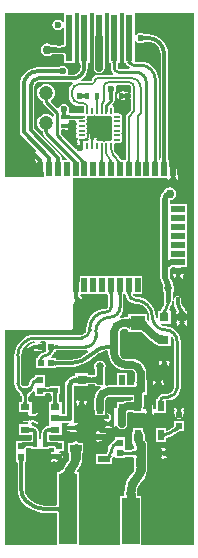
<source format=gtl>
G04*
G04 #@! TF.GenerationSoftware,Altium Limited,Altium Designer,18.1.7 (191)*
G04*
G04 Layer_Physical_Order=1*
G04 Layer_Color=255*
%FSLAX24Y24*%
%MOIN*%
G70*
G01*
G75*
%ADD12C,0.0080*%
%ADD13C,0.0100*%
%ADD14R,0.0197X0.0157*%
%ADD15R,0.0315X0.0217*%
%ADD16R,0.0217X0.0217*%
%ADD17R,0.0157X0.0197*%
%ADD18R,0.0217X0.0217*%
%ADD19R,0.0236X0.1575*%
%ADD20R,0.0315X0.0315*%
%ADD21O,0.0236X0.0079*%
%ADD22O,0.0079X0.0236*%
%ADD23R,0.0606X0.0669*%
%ADD24R,0.0197X0.0472*%
%ADD25R,0.0472X0.0197*%
%ADD26R,0.0315X0.0315*%
%ADD27R,0.0394X0.0236*%
%ADD28R,0.0591X0.1575*%
%ADD29R,0.0591X0.2362*%
%ADD30R,0.0217X0.0335*%
%ADD52C,0.0120*%
%ADD53C,0.0250*%
%ADD54C,0.0250*%
%ADD55C,0.0200*%
%ADD56C,0.0160*%
%ADD57C,0.0300*%
%ADD58C,0.0472*%
%ADD59R,0.0492X0.0492*%
%ADD60C,0.0492*%
%ADD61C,0.0315*%
%ADD62C,0.0260*%
%ADD63C,0.0236*%
%ADD64C,0.0300*%
%ADD65C,0.0157*%
G36*
X-678Y16117D02*
X-681Y16111D01*
X-680Y16107D01*
X-682Y16104D01*
X-678Y16095D01*
Y16042D01*
X-632D01*
X-631Y16041D01*
X-629Y16032D01*
X-627Y16019D01*
X-625Y16003D01*
X-625Y15982D01*
X-622Y15976D01*
Y15917D01*
X-621Y15912D01*
X-639Y15822D01*
X-693Y15742D01*
X-773Y15688D01*
X-863Y15671D01*
X-868Y15672D01*
X-1031D01*
X-1051Y15710D01*
X-1052Y15722D01*
X-1039Y15787D01*
X-1053Y15857D01*
X-1092Y15916D01*
X-1151Y15955D01*
X-1220Y15969D01*
X-1290Y15955D01*
X-1335Y15925D01*
X-1337Y15925D01*
X-1342Y15923D01*
X-1347Y15922D01*
X-1354Y15920D01*
X-1459Y15913D01*
X-1488Y15912D01*
X-1494Y15910D01*
X-2047D01*
Y15910D01*
X-2163Y15899D01*
X-2275Y15865D01*
X-2378Y15810D01*
X-2468Y15736D01*
X-2542Y15646D01*
X-2597Y15543D01*
X-2631Y15431D01*
X-2643Y15315D01*
X-2642D01*
Y13740D01*
X-2633Y13693D01*
X-2606Y13654D01*
X-2095Y13143D01*
X-2116Y13092D01*
X-2128Y13086D01*
X-2148Y13079D01*
X-2148Y13079D01*
X-2244D01*
X-2291Y13070D01*
X-2331Y13043D01*
X-2357Y13003D01*
X-2366Y12957D01*
X-2357Y12910D01*
X-2331Y12870D01*
X-2291Y12843D01*
X-2244Y12834D01*
X-2167D01*
X-2164Y12823D01*
X-2157Y12820D01*
X-2154Y12814D01*
X-2102Y12775D01*
X-2103Y12769D01*
X-2109Y12754D01*
X-2106Y12746D01*
X-2107Y12737D01*
X-2097Y12724D01*
X-2091Y12709D01*
Y12520D01*
X-2082Y12473D01*
X-2055Y12433D01*
X-2015Y12407D01*
X-1968Y12397D01*
X-1922Y12407D01*
X-1882Y12433D01*
X-1882Y12434D01*
X-1832Y12419D01*
Y12270D01*
X-2894Y12270D01*
X-2894Y12270D01*
X-3150D01*
X-3150Y17717D01*
X-1178D01*
Y17435D01*
X-1228Y17420D01*
X-1249Y17451D01*
X-1308Y17491D01*
X-1377Y17504D01*
X-1447Y17491D01*
X-1506Y17451D01*
X-1545Y17392D01*
X-1559Y17323D01*
X-1545Y17253D01*
X-1506Y17194D01*
X-1447Y17155D01*
X-1377Y17141D01*
X-1308Y17155D01*
X-1249Y17194D01*
X-1228Y17226D01*
X-1178Y17211D01*
Y16669D01*
X-1182Y16663D01*
X-1182Y16657D01*
X-1186Y16654D01*
X-1195Y16651D01*
X-1209Y16647D01*
X-1228Y16644D01*
X-1250Y16642D01*
X-1279Y16641D01*
X-1284Y16639D01*
X-1389D01*
X-1394Y16641D01*
X-1499Y16643D01*
X-1549Y16647D01*
X-1567Y16649D01*
X-1580Y16652D01*
X-1587Y16654D01*
X-1588Y16654D01*
X-1589Y16654D01*
X-1594Y16656D01*
X-1594Y16656D01*
X-1650Y16694D01*
X-1732Y16710D01*
X-1814Y16694D01*
X-1884Y16647D01*
X-1930Y16578D01*
X-1946Y16496D01*
X-1930Y16414D01*
X-1884Y16345D01*
X-1814Y16298D01*
X-1732Y16282D01*
X-1650Y16298D01*
X-1594Y16336D01*
X-1594Y16336D01*
X-1589Y16338D01*
X-1588Y16338D01*
X-1587Y16338D01*
X-1580Y16340D01*
X-1569Y16342D01*
X-1432Y16351D01*
X-1395Y16351D01*
X-1390Y16353D01*
X-1284D01*
X-1279Y16351D01*
X-1250Y16350D01*
X-1228Y16348D01*
X-1209Y16345D01*
X-1195Y16342D01*
X-1186Y16338D01*
X-1182Y16335D01*
X-1182Y16329D01*
X-1178Y16323D01*
Y16042D01*
X-822D01*
Y17717D01*
X-678D01*
Y16117D01*
D02*
G37*
G36*
X1476Y16957D02*
X1482Y16956D01*
X1491Y16954D01*
X1503Y16953D01*
X1555Y16951D01*
X1635Y16950D01*
Y16830D01*
X1605Y16830D01*
X1476Y16822D01*
X1474Y16820D01*
Y16959D01*
X1476Y16957D01*
D02*
G37*
G36*
X-1618Y16596D02*
X-1608Y16592D01*
X-1594Y16588D01*
X-1577Y16585D01*
X-1555Y16582D01*
X-1502Y16578D01*
X-1395Y16576D01*
Y16416D01*
X-1435Y16416D01*
X-1577Y16407D01*
X-1594Y16404D01*
X-1608Y16400D01*
X-1618Y16396D01*
X-1625Y16391D01*
Y16601D01*
X-1618Y16596D01*
D02*
G37*
G36*
X-1117Y16336D02*
X-1119Y16351D01*
X-1123Y16365D01*
X-1131Y16377D01*
X-1143Y16387D01*
X-1157Y16396D01*
X-1175Y16403D01*
X-1195Y16409D01*
X-1219Y16413D01*
X-1247Y16415D01*
X-1277Y16416D01*
Y16576D01*
X-1247Y16577D01*
X-1219Y16579D01*
X-1195Y16583D01*
X-1175Y16589D01*
X-1157Y16596D01*
X-1143Y16605D01*
X-1131Y16615D01*
X-1123Y16627D01*
X-1119Y16641D01*
X-1117Y16656D01*
Y16336D01*
D02*
G37*
G36*
X1108Y16104D02*
X1104Y16102D01*
X1101Y16099D01*
X1100Y16094D01*
X1100Y16088D01*
X1101Y16080D01*
X1104Y16071D01*
X1108Y16061D01*
X1114Y16050D01*
X1120Y16037D01*
X988Y16012D01*
X977Y16029D01*
X957Y16059D01*
X947Y16071D01*
X937Y16081D01*
X927Y16090D01*
X918Y16096D01*
X908Y16101D01*
X899Y16104D01*
X889Y16105D01*
X1114D01*
X1108Y16104D01*
D02*
G37*
G36*
X591Y16104D02*
X582Y16101D01*
X575Y16096D01*
X568Y16089D01*
X562Y16079D01*
X558Y16068D01*
X554Y16055D01*
X552Y16040D01*
X551Y16023D01*
X550Y16004D01*
X450D01*
X450Y16023D01*
X448Y16040D01*
X446Y16055D01*
X442Y16068D01*
X437Y16079D01*
X432Y16089D01*
X426Y16096D01*
X418Y16101D01*
X410Y16104D01*
X400Y16105D01*
X600D01*
X591Y16104D01*
D02*
G37*
G36*
X-394Y16102D02*
X-404Y16099D01*
X-412Y16093D01*
X-420Y16084D01*
X-426Y16074D01*
X-431Y16060D01*
X-435Y16045D01*
X-438Y16027D01*
X-439Y16006D01*
X-440Y15984D01*
X-560D01*
X-561Y16006D01*
X-562Y16027D01*
X-565Y16045D01*
X-569Y16060D01*
X-574Y16074D01*
X-580Y16084D01*
X-588Y16093D01*
X-596Y16099D01*
X-606Y16102D01*
X-617Y16104D01*
X-383D01*
X-394Y16102D01*
D02*
G37*
G36*
X822Y16042D02*
X879D01*
X880Y16042D01*
X880Y16042D01*
X880Y16042D01*
X883Y16040D01*
X885Y16040D01*
X888Y16038D01*
X892Y16034D01*
X899Y16028D01*
X905Y16020D01*
X923Y15994D01*
X932Y15979D01*
X943Y15970D01*
X960Y15944D01*
X1012Y15910D01*
X996Y15860D01*
X650D01*
X650Y15860D01*
X623Y15871D01*
X612Y15898D01*
X612Y15898D01*
Y15996D01*
X615Y16002D01*
X615Y16019D01*
X616Y16032D01*
X618Y16042D01*
X618Y16042D01*
X678D01*
Y17717D01*
X822D01*
Y16042D01*
D02*
G37*
G36*
X322D02*
X382D01*
X382Y16042D01*
X384Y16032D01*
X385Y16019D01*
X385Y16002D01*
X388Y15996D01*
Y15898D01*
X388D01*
X397Y15830D01*
X423Y15767D01*
X464Y15712D01*
X472Y15707D01*
X455Y15657D01*
X-36D01*
Y15659D01*
X-122Y15642D01*
X-196Y15593D01*
X-245Y15520D01*
X-257Y15456D01*
X-585D01*
X-602Y15506D01*
X-520Y15569D01*
X-442Y15671D01*
X-393Y15790D01*
X-376Y15917D01*
X-378D01*
Y15976D01*
X-375Y15982D01*
X-375Y16003D01*
X-373Y16019D01*
X-371Y16032D01*
X-369Y16041D01*
X-368Y16042D01*
X-322D01*
Y16095D01*
X-318Y16104D01*
X-320Y16107D01*
X-319Y16111D01*
X-322Y16117D01*
Y17717D01*
X-178D01*
Y16943D01*
X-189Y16890D01*
Y15898D01*
X-174Y15825D01*
X-133Y15764D01*
X-72Y15723D01*
X0Y15709D01*
X72Y15723D01*
X133Y15764D01*
X174Y15825D01*
X189Y15898D01*
Y16890D01*
X178Y16943D01*
Y17717D01*
X322D01*
Y16042D01*
D02*
G37*
G36*
X-1305Y15705D02*
X-1311Y15709D01*
X-1319Y15713D01*
X-1331Y15716D01*
X-1345Y15719D01*
X-1362Y15722D01*
X-1404Y15725D01*
X-1488Y15727D01*
Y15847D01*
X-1457Y15848D01*
X-1345Y15856D01*
X-1331Y15859D01*
X-1319Y15862D01*
X-1311Y15866D01*
X-1305Y15870D01*
Y15705D01*
D02*
G37*
G36*
X1045Y15297D02*
X1062Y15257D01*
X1061Y15254D01*
Y15071D01*
X1055Y15065D01*
X1011Y15049D01*
X988Y15064D01*
X945Y15073D01*
X894D01*
X888Y15076D01*
X871Y15076D01*
X864Y15077D01*
X852Y15084D01*
X847Y15083D01*
X843Y15085D01*
X832Y15104D01*
X829Y15105D01*
X827Y15108D01*
X827Y15109D01*
X806Y15115D01*
X786Y15123D01*
X783Y15121D01*
X779Y15122D01*
X760Y15112D01*
X740Y15104D01*
X739Y15100D01*
X735Y15098D01*
X735Y15098D01*
X729Y15078D01*
X729Y15077D01*
X728Y15076D01*
X728Y15076D01*
X708Y15076D01*
X696Y15070D01*
X666Y15064D01*
X629Y15040D01*
X605Y15004D01*
X597Y14961D01*
X605Y14918D01*
X629Y14881D01*
X666Y14857D01*
X695Y14851D01*
X708Y14846D01*
X728Y14845D01*
X729Y14845D01*
X729Y14844D01*
X735Y14823D01*
X735Y14823D01*
X739Y14821D01*
X740Y14817D01*
X760Y14809D01*
X779Y14799D01*
X779Y14799D01*
X783Y14800D01*
X786Y14799D01*
X786Y14798D01*
X806Y14807D01*
X827Y14813D01*
X829Y14816D01*
X832Y14817D01*
X832Y14817D01*
X843Y14837D01*
X847Y14838D01*
X852Y14837D01*
X864Y14845D01*
X871Y14845D01*
X888Y14846D01*
X894Y14848D01*
X945D01*
X988Y14857D01*
X1011Y14873D01*
X1055Y14856D01*
X1061Y14850D01*
Y14493D01*
X912Y14344D01*
X890Y14311D01*
X882Y14272D01*
Y12843D01*
X879Y12836D01*
X879Y12823D01*
X878Y12816D01*
X742D01*
X740Y12817D01*
X740Y12817D01*
X740Y12817D01*
X738Y12818D01*
X736Y12818D01*
X735Y12820D01*
X731Y12823D01*
X727Y12829D01*
X722Y12836D01*
X717Y12845D01*
X710Y12857D01*
X702Y12865D01*
X697Y12875D01*
X695Y12875D01*
X671Y12920D01*
X581Y13030D01*
X580Y13029D01*
X580Y13029D01*
X545Y13064D01*
X544Y13064D01*
X508Y13118D01*
X496Y13182D01*
X496Y13182D01*
Y13287D01*
X495Y13291D01*
Y13335D01*
X507Y13371D01*
X543Y13383D01*
X669D01*
X708Y13391D01*
X741Y13413D01*
X763Y13445D01*
X771Y13484D01*
X763Y13523D01*
X762Y13524D01*
X744Y13563D01*
X762Y13602D01*
X763Y13603D01*
X771Y13642D01*
X763Y13680D01*
X741Y13713D01*
Y13728D01*
X763Y13760D01*
X771Y13799D01*
X763Y13838D01*
X762Y13839D01*
X744Y13878D01*
X762Y13917D01*
X763Y13918D01*
X771Y13957D01*
X763Y13995D01*
X762Y13997D01*
X744Y14035D01*
X762Y14074D01*
X763Y14075D01*
X771Y14114D01*
X763Y14153D01*
X762Y14154D01*
X744Y14193D01*
X762Y14232D01*
X763Y14233D01*
X771Y14272D01*
X763Y14310D01*
X741Y14343D01*
X708Y14365D01*
X669Y14373D01*
X543D01*
X507Y14385D01*
X495Y14421D01*
Y14547D01*
X487Y14586D01*
X465Y14619D01*
X452Y14628D01*
X440Y14686D01*
X473Y14719D01*
X473Y14719D01*
X497Y14755D01*
X503Y14785D01*
X509Y14798D01*
X509Y14802D01*
X532D01*
Y15042D01*
X535Y15046D01*
X534Y15052D01*
X536Y15058D01*
X532Y15067D01*
Y15084D01*
X561Y15127D01*
X575Y15197D01*
X562Y15263D01*
X562Y15274D01*
X583Y15313D01*
X1002D01*
X1005Y15314D01*
X1045Y15297D01*
D02*
G37*
G36*
X-471Y15012D02*
X-394Y15011D01*
Y14911D01*
X-418Y14911D01*
X-471Y14907D01*
Y14863D01*
X-472Y14872D01*
X-475Y14880D01*
X-480Y14887D01*
X-487Y14894D01*
X-496Y14899D01*
X-507Y14903D01*
X-512Y14904D01*
X-525Y14903D01*
X-528Y14902D01*
Y14908D01*
X-535Y14909D01*
X-552Y14910D01*
X-571Y14911D01*
Y15011D01*
X-552Y15011D01*
X-535Y15013D01*
X-528Y15014D01*
Y15020D01*
X-525Y15018D01*
X-521Y15016D01*
X-517Y15016D01*
X-507Y15018D01*
X-496Y15022D01*
X-487Y15028D01*
X-480Y15034D01*
X-475Y15041D01*
X-472Y15049D01*
X-471Y15058D01*
Y15012D01*
D02*
G37*
G36*
X444Y15139D02*
X446Y15107D01*
X448Y15095D01*
X453D01*
X451Y15092D01*
X450Y15088D01*
X451Y15083D01*
X454Y15074D01*
X457Y15067D01*
X461Y15062D01*
X466Y15059D01*
X471Y15058D01*
X446D01*
X445Y15044D01*
X444Y14961D01*
X344D01*
X344Y14985D01*
X339Y15058D01*
X316D01*
X321Y15059D01*
X326Y15062D01*
X330Y15067D01*
X334Y15074D01*
X337Y15083D01*
X337Y15084D01*
X336Y15092D01*
X335Y15095D01*
X339D01*
X341Y15107D01*
X343Y15122D01*
X344Y15158D01*
X444D01*
X444Y15139D01*
D02*
G37*
G36*
X787Y15049D02*
X790Y15041D01*
X795Y15034D01*
X802Y15028D01*
X811Y15022D01*
X822Y15018D01*
X827Y15017D01*
X840Y15018D01*
X843Y15020D01*
Y15014D01*
X850Y15013D01*
X867Y15011D01*
X886Y15011D01*
Y14911D01*
X867Y14910D01*
X850Y14909D01*
X843Y14908D01*
Y14902D01*
X840Y14903D01*
X836Y14905D01*
X832Y14906D01*
X822Y14903D01*
X811Y14899D01*
X802Y14894D01*
X795Y14887D01*
X790Y14880D01*
X787Y14872D01*
X786Y14863D01*
Y14909D01*
X709Y14911D01*
Y15011D01*
X733Y15011D01*
X786Y15014D01*
Y15058D01*
X787Y15049D01*
D02*
G37*
G36*
X456Y14863D02*
X453Y14861D01*
X451Y14858D01*
X449Y14853D01*
X447Y14847D01*
X446Y14840D01*
X445Y14832D01*
X444Y14811D01*
X444Y14798D01*
X344D01*
X344Y14811D01*
X341Y14840D01*
X340Y14847D01*
X338Y14853D01*
X336Y14858D01*
X334Y14861D01*
X332Y14863D01*
X329Y14863D01*
X459D01*
X456Y14863D01*
D02*
G37*
G36*
X-8Y14863D02*
X-15Y14860D01*
X-20Y14856D01*
X-25Y14851D01*
X-29Y14843D01*
X-33Y14835D01*
X-35Y14824D01*
X-37Y14812D01*
X-38Y14799D01*
X-39Y14783D01*
X-119D01*
X-119Y14799D01*
X-120Y14812D01*
X-122Y14824D01*
X-125Y14835D01*
X-128Y14843D01*
X-132Y14851D01*
X-137Y14856D01*
X-143Y14860D01*
X-149Y14863D01*
X-156Y14863D01*
X-1D01*
X-8Y14863D01*
D02*
G37*
G36*
X-2010Y15427D02*
X-901D01*
X-884Y15377D01*
X-909Y15358D01*
X-963Y15288D01*
X-997Y15206D01*
X-1008Y15118D01*
X-1007D01*
Y14961D01*
X-1008D01*
X-997Y14873D01*
X-963Y14791D01*
X-909Y14721D01*
X-838Y14667D01*
X-757Y14633D01*
X-669Y14621D01*
Y14622D01*
X-551D01*
X-549Y14623D01*
X-511Y14607D01*
X-495Y14569D01*
X-496Y14567D01*
Y14468D01*
X-495Y14465D01*
Y14421D01*
X-504Y14396D01*
X-548Y14375D01*
X-591Y14384D01*
X-591Y14384D01*
X-976D01*
X-982Y14387D01*
X-988Y14387D01*
X-1014Y14438D01*
X-1014Y14438D01*
X-1013Y14438D01*
X-1000Y14508D01*
X-1013Y14577D01*
X-1053Y14636D01*
X-1112Y14676D01*
X-1181Y14689D01*
X-1251Y14676D01*
X-1310Y14636D01*
X-1349Y14577D01*
X-1351Y14565D01*
X-1399Y14550D01*
X-1606Y14757D01*
X-1598Y14819D01*
X-1560Y14848D01*
X-1513Y14910D01*
X-1483Y14982D01*
X-1473Y15059D01*
X-1483Y15136D01*
X-1513Y15208D01*
X-1560Y15270D01*
X-1622Y15318D01*
X-1694Y15348D01*
X-1772Y15358D01*
X-1849Y15348D01*
X-1921Y15318D01*
X-1983Y15270D01*
X-2030Y15208D01*
X-2060Y15136D01*
X-2070Y15059D01*
X-2060Y14982D01*
X-2030Y14910D01*
X-1983Y14848D01*
X-1921Y14800D01*
X-1884Y14785D01*
Y14764D01*
X-1884Y14764D01*
X-1875Y14721D01*
X-1851Y14684D01*
X-1508Y14342D01*
Y14284D01*
X-1558Y14267D01*
X-1560Y14270D01*
X-1622Y14318D01*
X-1694Y14348D01*
X-1772Y14358D01*
X-1849Y14348D01*
X-1921Y14318D01*
X-1983Y14270D01*
X-2030Y14208D01*
X-2060Y14136D01*
X-2070Y14059D01*
X-2060Y13982D01*
X-2030Y13910D01*
X-1983Y13848D01*
X-1921Y13800D01*
X-1888Y13787D01*
X-1887Y13715D01*
X-1881Y13703D01*
X-1875Y13674D01*
X-1851Y13638D01*
X-1075Y12862D01*
X-1094Y12816D01*
X-1249D01*
X-1250Y12821D01*
X-1253Y12855D01*
X-1253Y12876D01*
X-1256Y12882D01*
Y12902D01*
X-1265Y12949D01*
X-1291Y12989D01*
X-2161Y13858D01*
Y15276D01*
X-2161Y15276D01*
X-2150Y15334D01*
X-2117Y15383D01*
X-2068Y15416D01*
X-2010Y15427D01*
X-2010Y15427D01*
D02*
G37*
G36*
X197Y14296D02*
X236Y14288D01*
X275Y14296D01*
X276Y14297D01*
X315Y14315D01*
X354Y14297D01*
X355Y14296D01*
X364Y14294D01*
X410Y14272D01*
X418Y14233D01*
X419Y14232D01*
X437Y14193D01*
X419Y14154D01*
X418Y14153D01*
X410Y14114D01*
X418Y14075D01*
X419Y14074D01*
X437Y14035D01*
X419Y13997D01*
X418Y13995D01*
X410Y13957D01*
X418Y13918D01*
X419Y13917D01*
X437Y13878D01*
X419Y13839D01*
X418Y13838D01*
X410Y13799D01*
X418Y13760D01*
X440Y13728D01*
Y13713D01*
X418Y13680D01*
X410Y13642D01*
X418Y13603D01*
X419Y13602D01*
X437Y13563D01*
X419Y13524D01*
X418Y13523D01*
X410Y13484D01*
X364Y13462D01*
X355Y13460D01*
X354Y13459D01*
X315Y13441D01*
X276Y13459D01*
X275Y13460D01*
X236Y13467D01*
X197Y13460D01*
X165Y13438D01*
X150D01*
X118Y13460D01*
X79Y13467D01*
X40Y13460D01*
X39Y13459D01*
X0Y13441D01*
X-39Y13459D01*
X-40Y13460D01*
X-77Y13467D01*
X-86Y13482D01*
X-103Y13514D01*
X-99Y13526D01*
X-91Y13546D01*
X-93Y13550D01*
X-92Y13553D01*
X-92Y13553D01*
X-102Y13572D01*
X-111Y13592D01*
X-94Y13639D01*
X-85Y13648D01*
X-74Y13646D01*
X-70Y13648D01*
X-65Y13648D01*
X-64Y13648D01*
X-49Y13661D01*
X-47Y13661D01*
X-47Y13662D01*
X-32Y13671D01*
X-30Y13676D01*
X-26Y13680D01*
X-26Y13680D01*
X-25Y13694D01*
X-23Y13696D01*
X-22Y13699D01*
X-21Y13701D01*
X-19Y13704D01*
X-3Y13723D01*
X5Y13729D01*
X11Y13734D01*
X15Y13737D01*
X16Y13737D01*
X18Y13738D01*
X18Y13739D01*
X19Y13739D01*
X21Y13741D01*
X25Y13744D01*
X26Y13745D01*
X45Y13753D01*
X47Y13758D01*
X51Y13761D01*
X56Y13780D01*
X63Y13797D01*
X72Y13806D01*
X94Y13839D01*
X102Y13878D01*
X94Y13917D01*
X72Y13950D01*
X39Y13972D01*
X0Y13980D01*
X-39Y13972D01*
X-72Y13950D01*
X-81Y13941D01*
X-98Y13934D01*
X-117Y13929D01*
X-120Y13925D01*
X-125Y13923D01*
X-132Y13904D01*
X-133Y13903D01*
X-137Y13899D01*
X-139Y13897D01*
X-139Y13896D01*
X-140Y13895D01*
X-141Y13894D01*
X-141Y13893D01*
X-143Y13891D01*
X-188Y13839D01*
X-200Y13826D01*
X-201Y13825D01*
X-223Y13803D01*
X-225Y13797D01*
X-308Y13714D01*
X-330Y13681D01*
X-338Y13642D01*
Y13598D01*
X-340Y13597D01*
X-343Y13592D01*
X-348Y13590D01*
X-348Y13590D01*
X-356Y13572D01*
X-366Y13555D01*
X-366Y13555D01*
X-365Y13549D01*
X-367Y13544D01*
X-367Y13544D01*
X-359Y13526D01*
X-359Y13526D01*
X-359Y13525D01*
X-356Y13511D01*
X-377Y13474D01*
X-385Y13468D01*
X-391Y13467D01*
X-394Y13467D01*
X-432Y13460D01*
X-465Y13493D01*
X-468Y13494D01*
X-469Y13495D01*
X-470Y13497D01*
X-470Y13497D01*
X-471Y13498D01*
X-473Y13538D01*
X-471Y13546D01*
X-459Y13557D01*
X-440Y13570D01*
X-418Y13603D01*
X-410Y13642D01*
X-418Y13680D01*
X-440Y13713D01*
Y13728D01*
X-418Y13760D01*
X-410Y13799D01*
X-418Y13838D01*
X-419Y13839D01*
X-437Y13878D01*
X-419Y13917D01*
X-418Y13918D01*
X-410Y13957D01*
X-418Y13995D01*
X-419Y13997D01*
X-437Y14035D01*
X-419Y14074D01*
X-418Y14075D01*
X-410Y14114D01*
X-418Y14153D01*
X-419Y14154D01*
X-437Y14193D01*
X-419Y14232D01*
X-418Y14233D01*
X-416Y14242D01*
X-394Y14288D01*
X-355Y14296D01*
X-354Y14297D01*
X-315Y14315D01*
X-276Y14297D01*
X-275Y14296D01*
X-236Y14288D01*
X-197Y14296D01*
X-196Y14297D01*
X-157Y14315D01*
X-119Y14297D01*
X-118Y14296D01*
X-79Y14288D01*
X-40Y14296D01*
X-39Y14297D01*
X0Y14315D01*
X39Y14297D01*
X40Y14296D01*
X79Y14288D01*
X118Y14296D01*
X150Y14318D01*
X165D01*
X197Y14296D01*
D02*
G37*
G36*
X-1131Y14430D02*
X-1129Y14413D01*
X-1128Y14406D01*
X-1122D01*
X-1124Y14403D01*
X-1125Y14399D01*
X-1126Y14395D01*
X-1124Y14385D01*
X-1119Y14374D01*
X-1114Y14365D01*
X-1108Y14358D01*
X-1101Y14353D01*
X-1093Y14350D01*
X-1084Y14349D01*
X-1130D01*
X-1131Y14272D01*
X-1231D01*
X-1231Y14296D01*
X-1235Y14349D01*
X-1278D01*
X-1269Y14350D01*
X-1261Y14353D01*
X-1254Y14358D01*
X-1248Y14365D01*
X-1243Y14374D01*
X-1239Y14385D01*
X-1238Y14390D01*
X-1238Y14403D01*
X-1240Y14406D01*
X-1234D01*
X-1233Y14413D01*
X-1232Y14430D01*
X-1231Y14449D01*
X-1131D01*
X-1131Y14430D01*
D02*
G37*
G36*
X-1083Y14344D02*
X-1080Y14339D01*
X-1075Y14335D01*
X-1068Y14332D01*
X-1059Y14329D01*
X-1048Y14326D01*
X-1035Y14324D01*
X-1020Y14323D01*
X-984Y14322D01*
Y14222D01*
X-1003Y14221D01*
X-1035Y14219D01*
X-1048Y14217D01*
X-1059Y14215D01*
X-1068Y14212D01*
X-1075Y14208D01*
X-1080Y14204D01*
X-1083Y14199D01*
X-1084Y14194D01*
Y14349D01*
X-1083Y14344D01*
D02*
G37*
G36*
Y14029D02*
X-1080Y14024D01*
X-1075Y14020D01*
X-1068Y14017D01*
X-1059Y14014D01*
X-1058Y14013D01*
X-1049Y14014D01*
X-1047Y14016D01*
Y14011D01*
X-1035Y14009D01*
X-1020Y14008D01*
X-984Y14007D01*
Y13907D01*
X-1003Y13906D01*
X-1035Y13904D01*
X-1047Y13902D01*
Y13898D01*
X-1049Y13899D01*
X-1054Y13901D01*
X-1059Y13900D01*
X-1068Y13897D01*
X-1075Y13893D01*
X-1080Y13889D01*
X-1083Y13884D01*
X-1084Y13879D01*
Y13904D01*
X-1098Y13905D01*
X-1181Y13907D01*
Y14007D01*
X-1157Y14007D01*
X-1084Y14012D01*
Y14034D01*
X-1083Y14029D01*
D02*
G37*
G36*
X-771Y14114D02*
X-763Y14075D01*
X-762Y14074D01*
X-744Y14035D01*
X-762Y13997D01*
X-763Y13995D01*
X-771Y13957D01*
X-763Y13918D01*
X-762Y13917D01*
X-744Y13878D01*
X-762Y13839D01*
X-763Y13838D01*
X-771Y13799D01*
X-763Y13760D01*
X-741Y13728D01*
Y13713D01*
X-763Y13680D01*
X-771Y13642D01*
X-763Y13603D01*
X-741Y13570D01*
X-722Y13557D01*
X-710Y13546D01*
X-708Y13538D01*
X-710Y13498D01*
X-711Y13497D01*
X-713Y13494D01*
X-716Y13493D01*
X-725Y13473D01*
X-735Y13454D01*
X-735Y13454D01*
X-734Y13450D01*
X-735Y13447D01*
X-735Y13447D01*
X-727Y13427D01*
X-721Y13406D01*
X-729Y13360D01*
X-727Y13336D01*
X-726Y13313D01*
X-725Y13312D01*
X-725Y13311D01*
X-706Y13295D01*
X-706Y13295D01*
X-724Y13267D01*
X-732Y13228D01*
X-726Y13200D01*
X-759Y13174D01*
X-767Y13170D01*
X-1284Y13687D01*
Y13833D01*
X-1234Y13860D01*
X-1224Y13853D01*
X-1195Y13847D01*
X-1182Y13842D01*
X-1135Y13841D01*
X-1132Y13839D01*
X-1130Y13833D01*
X-1130Y13833D01*
X-1112Y13826D01*
X-1096Y13815D01*
X-1090Y13817D01*
X-1084Y13814D01*
X-1084Y13814D01*
X-1066Y13822D01*
X-1047Y13825D01*
X-1044Y13831D01*
X-1038Y13833D01*
X-1038Y13834D01*
X-1027Y13840D01*
X-1000Y13842D01*
X-983Y13842D01*
X-976Y13845D01*
X-945D01*
X-902Y13853D01*
X-866Y13877D01*
X-841Y13914D01*
X-833Y13957D01*
X-841Y14000D01*
X-866Y14036D01*
X-902Y14060D01*
X-945Y14069D01*
X-976D01*
X-982Y14072D01*
X-995Y14072D01*
X-1011Y14088D01*
X-1021Y14127D01*
X-1006Y14156D01*
X-1000Y14156D01*
X-983Y14157D01*
X-976Y14159D01*
X-813D01*
X-771Y14114D01*
D02*
G37*
G36*
X-1719Y13828D02*
X-1720Y13824D01*
X-1720Y13818D01*
X-1722Y13757D01*
X-1722Y13717D01*
X-1822D01*
X-1825Y13829D01*
X-1719D01*
X-1719Y13828D01*
D02*
G37*
G36*
X-1Y13799D02*
X-6Y13799D01*
X-11Y13796D01*
X-18Y13793D01*
X-26Y13787D01*
X-36Y13780D01*
X-49Y13769D01*
X-71Y13744D01*
X-77Y13735D01*
X-81Y13727D01*
X-84Y13720D01*
X-85Y13714D01*
X-84Y13710D01*
X-177Y13757D01*
X-154Y13780D01*
X-154Y13780D01*
X-140Y13795D01*
X-91Y13852D01*
X-85Y13860D01*
X-82Y13867D01*
X-79Y13872D01*
X-79Y13877D01*
X-1Y13799D01*
D02*
G37*
G36*
X-164Y13545D02*
X-171Y13542D01*
X-177Y13538D01*
X-182Y13533D01*
X-186Y13525D01*
X-190Y13516D01*
X-193Y13506D01*
X-195Y13494D01*
X-196Y13480D01*
X-196Y13465D01*
X-276D01*
X-276Y13480D01*
X-279Y13505D01*
X-280Y13516D01*
X-283Y13525D01*
X-285Y13532D01*
X-289Y13537D01*
X-293Y13541D01*
X-297Y13544D01*
X-302Y13545D01*
X-156Y13546D01*
X-164Y13545D01*
D02*
G37*
G36*
X-551Y13481D02*
X-550Y13451D01*
X-550Y13447D01*
X-511D01*
X-518Y13446D01*
X-525Y13443D01*
X-531Y13439D01*
X-536Y13434D01*
X-541Y13426D01*
X-544Y13417D01*
X-547Y13407D01*
X-547Y13404D01*
X-543Y13337D01*
X-541Y13322D01*
X-538Y13310D01*
X-534Y13300D01*
X-531Y13292D01*
X-667Y13341D01*
X-660Y13344D01*
X-654Y13350D01*
X-648Y13358D01*
X-644Y13369D01*
X-640Y13382D01*
X-636Y13398D01*
X-635Y13409D01*
X-637Y13417D01*
X-640Y13426D01*
X-645Y13434D01*
X-650Y13439D01*
X-656Y13443D01*
X-663Y13446D01*
X-670Y13447D01*
X-632D01*
X-631Y13459D01*
X-631Y13484D01*
X-551Y13481D01*
D02*
G37*
G36*
X1250Y16761D02*
X1308Y16722D01*
X1378Y16708D01*
X1447Y16722D01*
X1502Y16759D01*
X1607Y16765D01*
X1635Y16765D01*
X1641Y16767D01*
X1741Y16754D01*
X1839Y16713D01*
X1924Y16648D01*
X1989Y16564D01*
X2030Y16465D01*
X2044Y16362D01*
X2043Y16359D01*
Y12883D01*
X2040Y12877D01*
X2039Y12836D01*
X2038Y12822D01*
X2037Y12816D01*
X1988D01*
X1988Y12817D01*
X1987Y12826D01*
X1985Y12839D01*
X1985Y12856D01*
X1982Y12863D01*
Y15492D01*
X1983D01*
X1971Y15610D01*
X1937Y15724D01*
X1881Y15828D01*
X1806Y15920D01*
X1714Y15995D01*
X1610Y16051D01*
X1496Y16086D01*
X1378Y16097D01*
Y16096D01*
X1226D01*
X1179Y16113D01*
X1178Y16113D01*
Y16778D01*
X1228Y16793D01*
X1250Y16761D01*
D02*
G37*
G36*
X2226Y12852D02*
X2229Y12814D01*
X2231Y12798D01*
X2235Y12785D01*
X2239Y12774D01*
X2244Y12766D01*
X2249Y12760D01*
X2256Y12756D01*
X2263Y12755D01*
X2068D01*
X2075Y12756D01*
X2082Y12760D01*
X2087Y12766D01*
X2092Y12774D01*
X2096Y12785D01*
X2099Y12798D01*
X2102Y12814D01*
X2104Y12832D01*
X2105Y12875D01*
X2225D01*
X2226Y12852D01*
D02*
G37*
G36*
X1921Y12836D02*
X1922Y12819D01*
X1924Y12804D01*
X1928Y12791D01*
X1932Y12780D01*
X1937Y12771D01*
X1943Y12764D01*
X1950Y12759D01*
X1958Y12756D01*
X1967Y12755D01*
X1773D01*
X1782Y12756D01*
X1790Y12759D01*
X1797Y12764D01*
X1803Y12771D01*
X1808Y12780D01*
X1813Y12791D01*
X1816Y12804D01*
X1818Y12819D01*
X1820Y12836D01*
X1820Y12855D01*
X1920D01*
X1921Y12836D01*
D02*
G37*
G36*
X1625D02*
X1627Y12819D01*
X1629Y12804D01*
X1632Y12791D01*
X1637Y12780D01*
X1642Y12771D01*
X1648Y12764D01*
X1655Y12759D01*
X1663Y12756D01*
X1672Y12755D01*
X1478D01*
X1487Y12756D01*
X1495Y12759D01*
X1502Y12764D01*
X1508Y12771D01*
X1513Y12780D01*
X1517Y12791D01*
X1521Y12804D01*
X1523Y12819D01*
X1524Y12836D01*
X1525Y12855D01*
X1625D01*
X1625Y12836D01*
D02*
G37*
G36*
X-525Y12841D02*
X-471Y12793D01*
X-455Y12781D01*
X-441Y12772D01*
X-427Y12764D01*
X-415Y12759D01*
X-404Y12756D01*
X-395Y12755D01*
X-589D01*
X-590Y12757D01*
X-592Y12760D01*
X-595Y12764D01*
X-599Y12770D01*
X-620Y12793D01*
X-652Y12825D01*
X-546Y12861D01*
X-525Y12841D01*
D02*
G37*
G36*
X-824D02*
X-769Y12793D01*
X-753Y12781D01*
X-738Y12772D01*
X-724Y12764D01*
X-712Y12759D01*
X-700Y12756D01*
X-690Y12755D01*
X-885D01*
X-885Y12756D01*
X-887Y12759D01*
X-891Y12763D01*
X-908Y12782D01*
X-951Y12825D01*
X-845Y12861D01*
X-824Y12841D01*
D02*
G37*
G36*
X-1318Y12852D02*
X-1315Y12814D01*
X-1312Y12798D01*
X-1309Y12785D01*
X-1305Y12774D01*
X-1300Y12766D01*
X-1294Y12760D01*
X-1288Y12756D01*
X-1281Y12755D01*
X-1475D01*
X-1468Y12756D01*
X-1462Y12760D01*
X-1456Y12766D01*
X-1451Y12774D01*
X-1447Y12785D01*
X-1444Y12798D01*
X-1441Y12814D01*
X-1439Y12832D01*
X-1438Y12875D01*
X-1318D01*
X-1318Y12852D01*
D02*
G37*
G36*
X-1613D02*
X-1610Y12814D01*
X-1607Y12798D01*
X-1604Y12785D01*
X-1600Y12774D01*
X-1595Y12766D01*
X-1589Y12760D01*
X-1583Y12756D01*
X-1576Y12755D01*
X-1770D01*
X-1763Y12756D01*
X-1757Y12760D01*
X-1751Y12766D01*
X-1747Y12774D01*
X-1743Y12785D01*
X-1739Y12798D01*
X-1737Y12814D01*
X-1735Y12832D01*
X-1733Y12875D01*
X-1613D01*
X-1613Y12852D01*
D02*
G37*
G36*
X1320Y12819D02*
X1321Y12805D01*
X1323Y12793D01*
X1326Y12783D01*
X1330Y12774D01*
X1334Y12766D01*
X1339Y12761D01*
X1345Y12757D01*
X1352Y12754D01*
X1360Y12754D01*
X1200D01*
X1207Y12754D01*
X1214Y12757D01*
X1220Y12761D01*
X1225Y12766D01*
X1230Y12774D01*
X1233Y12783D01*
X1236Y12793D01*
X1238Y12805D01*
X1239Y12819D01*
X1240Y12835D01*
X1320D01*
X1320Y12819D01*
D02*
G37*
G36*
X1025D02*
X1026Y12805D01*
X1028Y12793D01*
X1031Y12783D01*
X1034Y12774D01*
X1039Y12766D01*
X1044Y12761D01*
X1050Y12757D01*
X1057Y12754D01*
X1064Y12754D01*
X904D01*
X912Y12754D01*
X919Y12757D01*
X925Y12761D01*
X930Y12766D01*
X934Y12774D01*
X938Y12783D01*
X941Y12793D01*
X943Y12805D01*
X944Y12819D01*
X944Y12835D01*
X1024D01*
X1025Y12819D01*
D02*
G37*
G36*
X660Y12814D02*
X667Y12801D01*
X675Y12790D01*
X682Y12780D01*
X690Y12772D01*
X698Y12766D01*
X706Y12760D01*
X715Y12757D01*
X723Y12754D01*
X732Y12754D01*
X592Y12755D01*
X591Y12757D01*
X591Y12760D01*
X589Y12765D01*
X584Y12777D01*
X562Y12825D01*
X653Y12828D01*
X660Y12814D01*
D02*
G37*
G36*
X421Y12818D02*
X426Y12804D01*
X430Y12792D01*
X436Y12782D01*
X441Y12773D01*
X447Y12766D01*
X454Y12761D01*
X460Y12757D01*
X468Y12754D01*
X475Y12754D01*
X311D01*
X318Y12754D01*
X324Y12757D01*
X329Y12760D01*
X333Y12766D01*
X335Y12773D01*
X336Y12781D01*
X337Y12791D01*
X336Y12803D01*
X334Y12816D01*
X330Y12831D01*
X417Y12833D01*
X421Y12818D01*
D02*
G37*
G36*
X119Y12819D02*
X120Y12806D01*
X122Y12793D01*
X125Y12783D01*
X129Y12774D01*
X133Y12767D01*
X138Y12761D01*
X144Y12757D01*
X151Y12754D01*
X159Y12754D01*
X1Y12755D01*
X8Y12756D01*
X15Y12758D01*
X20Y12762D01*
X25Y12768D01*
X29Y12775D01*
X33Y12784D01*
X35Y12794D01*
X37Y12806D01*
X38Y12820D01*
X39Y12835D01*
X119D01*
X119Y12819D01*
D02*
G37*
G36*
X-1926Y12873D02*
X-1968Y12830D01*
X-1908D01*
X-1908Y12816D01*
X-1906Y12781D01*
X-1905Y12773D01*
X-1903Y12766D01*
X-1901Y12760D01*
X-1898Y12757D01*
X-1896Y12754D01*
X-1893Y12754D01*
X-2044D01*
X-2041Y12754D01*
X-2039Y12757D01*
X-2036Y12760D01*
X-2034Y12766D01*
X-2032Y12773D01*
X-2031Y12781D01*
X-2030Y12791D01*
X-2029Y12802D01*
X-2115Y12866D01*
X-2105Y13031D01*
X-1926Y12873D01*
D02*
G37*
G36*
X2521Y12413D02*
X2529Y12314D01*
X2533Y12287D01*
X2534Y12285D01*
X2558D01*
X2551Y12283D01*
X2544Y12280D01*
X2539Y12274D01*
X2537Y12271D01*
X2539Y12263D01*
X2545Y12243D01*
X2553Y12225D01*
X2561Y12210D01*
X2571Y12199D01*
X2522D01*
X2521Y12165D01*
X2401D01*
X2400Y12187D01*
X2399Y12199D01*
X2350D01*
X2360Y12210D01*
X2368Y12225D01*
X2376Y12243D01*
X2383Y12263D01*
X2384Y12271D01*
X2382Y12274D01*
X2377Y12280D01*
X2370Y12283D01*
X2363Y12285D01*
X2388D01*
X2388Y12287D01*
X2393Y12314D01*
X2399Y12377D01*
X2400Y12413D01*
X2401Y12453D01*
X2521D01*
X2521Y12413D01*
D02*
G37*
G36*
X3150Y0D02*
X1399D01*
Y1635D01*
X1257D01*
Y1694D01*
X1256Y1700D01*
X1267Y1809D01*
X1301Y1921D01*
X1356Y2024D01*
X1398Y2076D01*
X1431Y2112D01*
X1431Y2112D01*
X1519Y2226D01*
X1574Y2359D01*
X1593Y2501D01*
X1592D01*
Y2592D01*
X1593Y2594D01*
X1596Y2866D01*
X1597Y2877D01*
X1598Y2884D01*
X1596Y2888D01*
X1599Y2895D01*
X1595Y2904D01*
Y3269D01*
X1592D01*
Y3346D01*
X1576Y3428D01*
X1529Y3498D01*
X1524Y3501D01*
X1512Y3531D01*
X1513Y3537D01*
Y3652D01*
X1497Y3734D01*
X1467Y3778D01*
Y3879D01*
X1131D01*
Y3778D01*
X1101Y3734D01*
X1085Y3652D01*
Y3537D01*
X1085D01*
X1102Y3412D01*
X1142Y3313D01*
X1160Y3269D01*
X1160Y3269D01*
X1160Y3269D01*
Y3182D01*
X1151Y3180D01*
X987Y3167D01*
X936Y3166D01*
X929Y3163D01*
X904D01*
X898Y3166D01*
X880Y3167D01*
X868Y3168D01*
X858Y3169D01*
X857Y3169D01*
Y3219D01*
X857Y3219D01*
Y3237D01*
X857D01*
X857Y3269D01*
Y3574D01*
X521D01*
Y3512D01*
X518Y3507D01*
X518Y3502D01*
X518Y3501D01*
X517Y3499D01*
X515Y3495D01*
X511Y3490D01*
X505Y3483D01*
X497Y3477D01*
X473Y3459D01*
X458Y3449D01*
X452Y3441D01*
X443Y3436D01*
X441Y3431D01*
X400Y3399D01*
X335Y3315D01*
X294Y3216D01*
X280Y3110D01*
X280Y3110D01*
X272Y3064D01*
X270Y3059D01*
X260Y3037D01*
X257Y3032D01*
X-99D01*
Y2676D01*
X343D01*
X351Y2673D01*
X361Y2676D01*
X414D01*
Y2727D01*
X418Y2735D01*
X419Y2749D01*
X420Y2761D01*
X426Y2796D01*
X430Y2813D01*
X463Y2910D01*
X473Y2937D01*
X521Y2932D01*
Y2883D01*
X857D01*
Y2933D01*
X858Y2933D01*
X868Y2935D01*
X880Y2936D01*
X898Y2936D01*
X904Y2939D01*
X929D01*
X935Y2936D01*
X1036Y2934D01*
X1117Y2928D01*
X1119Y2927D01*
X1148Y2902D01*
X1157Y2894D01*
X1163Y2594D01*
X1164Y2592D01*
Y2501D01*
X1165Y2498D01*
X1156Y2454D01*
X1156Y2454D01*
X1128Y2416D01*
X1128Y2416D01*
X1001Y2261D01*
X906Y2084D01*
X848Y1893D01*
X828Y1694D01*
X829D01*
Y1635D01*
X688D01*
Y0D01*
X-688D01*
Y2350D01*
X-684Y2357D01*
X-685Y2359D01*
X-684Y2361D01*
X-688Y2370D01*
Y2422D01*
X-706D01*
X-729Y2450D01*
X-735Y2472D01*
X-678Y2541D01*
X-621Y2648D01*
X-586Y2763D01*
X-576Y2872D01*
X-574Y2879D01*
X-572Y2883D01*
X-572Y2925D01*
X-569Y2995D01*
X-566Y3021D01*
X-562Y3041D01*
X-560Y3050D01*
X-531D01*
Y3102D01*
X-527Y3111D01*
X-530Y3119D01*
X-529Y3128D01*
X-531Y3130D01*
Y3406D01*
X-676D01*
X-705Y3426D01*
X-787Y3442D01*
X-869Y3426D01*
X-899Y3406D01*
X-1044D01*
Y3130D01*
X-1046Y3128D01*
X-1045Y3119D01*
X-1048Y3111D01*
X-1044Y3102D01*
Y3050D01*
X-1015D01*
X-1012Y3041D01*
X-1009Y3022D01*
X-1003Y2924D01*
X-1002Y2883D01*
X-1001Y2879D01*
X-1000Y2877D01*
X-1013Y2810D01*
X-1051Y2754D01*
X-1057Y2750D01*
X-1062Y2743D01*
X-1116Y2677D01*
X-1127Y2668D01*
X-1138Y2649D01*
X-1141Y2646D01*
X-1150Y2630D01*
X-1184Y2571D01*
X-1210Y2533D01*
X-1235Y2501D01*
X-1258Y2475D01*
X-1280Y2455D01*
X-1299Y2440D01*
X-1315Y2432D01*
X-1328Y2427D01*
X-1345Y2426D01*
X-1351Y2422D01*
X-1399D01*
Y2370D01*
X-1402Y2361D01*
X-1401Y2357D01*
X-1402Y2354D01*
X-1399Y2348D01*
Y1313D01*
X-1400Y1312D01*
X-1409Y1310D01*
X-1422Y1308D01*
X-1438Y1307D01*
X-1447Y1306D01*
X-1481Y1306D01*
X-1487Y1303D01*
X-1776D01*
X-1780Y1303D01*
X-1936Y1318D01*
X-2089Y1365D01*
X-2231Y1440D01*
X-2352Y1540D01*
X-2354Y1543D01*
X-2357Y1545D01*
X-2421Y1629D01*
X-2463Y1729D01*
X-2477Y1834D01*
X-2476Y1837D01*
Y2699D01*
X-2474Y2705D01*
X-2473Y2726D01*
X-2472Y2743D01*
X-2470Y2756D01*
X-2468Y2765D01*
X-2430D01*
Y2817D01*
X-2426Y2826D01*
X-2428Y2830D01*
X-2427Y2835D01*
X-2430Y2840D01*
Y3069D01*
X-2430Y3101D01*
X-2430Y3151D01*
Y3214D01*
X-2428Y3215D01*
X-2419Y3217D01*
X-2407Y3220D01*
X-2391Y3221D01*
X-2370Y3222D01*
X-2364Y3224D01*
X-2331D01*
X-2326Y3222D01*
X-2285Y3220D01*
X-2271Y3219D01*
X-2265Y3218D01*
Y3188D01*
X-2213D01*
X-2204Y3184D01*
X-2198Y3186D01*
X-2193Y3185D01*
X-2188Y3188D01*
X-2000D01*
X-1987Y3188D01*
X-1950D01*
X-1937Y3188D01*
X-1749D01*
X-1744Y3185D01*
X-1739Y3186D01*
X-1733Y3184D01*
X-1724Y3188D01*
X-1672D01*
Y3218D01*
X-1667Y3219D01*
X-1633Y3221D01*
X-1612Y3222D01*
X-1606Y3224D01*
X-1573D01*
X-1567Y3222D01*
X-1546Y3221D01*
X-1530Y3220D01*
X-1518Y3217D01*
X-1509Y3215D01*
X-1507Y3214D01*
X-1507Y3125D01*
X-1543Y3085D01*
X-1548Y3087D01*
X-1570Y3096D01*
X-1571Y3096D01*
X-1572Y3096D01*
X-1594Y3087D01*
X-1616Y3077D01*
X-1616Y3076D01*
X-1618Y3076D01*
X-1625Y3055D01*
X-1693D01*
X-1740Y3046D01*
X-1779Y3020D01*
X-1806Y2980D01*
X-1815Y2933D01*
X-1806Y2886D01*
X-1779Y2847D01*
X-1740Y2820D01*
X-1693Y2811D01*
X-1625D01*
X-1618Y2791D01*
X-1618Y2790D01*
X-1616Y2790D01*
X-1616Y2789D01*
X-1594Y2780D01*
X-1572Y2770D01*
X-1572Y2770D01*
X-1571Y2770D01*
X-1570Y2770D01*
X-1548Y2779D01*
X-1526Y2787D01*
X-1485Y2774D01*
X-1465Y2769D01*
X-1446Y2761D01*
X-1446Y2761D01*
X-1441Y2763D01*
X-1437Y2762D01*
X-1419Y2772D01*
X-1400Y2780D01*
X-1400Y2780D01*
X-1398Y2784D01*
X-1394Y2787D01*
X-1389Y2807D01*
X-1374Y2808D01*
X-1338Y2808D01*
X-1326Y2813D01*
X-1292Y2820D01*
X-1252Y2847D01*
X-1226Y2886D01*
X-1216Y2933D01*
X-1226Y2980D01*
X-1252Y3020D01*
X-1292Y3046D01*
X-1325Y3053D01*
X-1337Y3058D01*
X-1341Y3058D01*
X-1348Y3069D01*
X-1319Y3119D01*
X-1170D01*
Y3456D01*
X-1327D01*
X-1328Y3456D01*
X-1398Y3470D01*
Y3469D01*
X-1536D01*
X-1559Y3471D01*
X-1562Y3470D01*
X-1566Y3471D01*
X-1572Y3469D01*
X-1606D01*
X-1611Y3471D01*
X-1652Y3473D01*
X-1666Y3474D01*
X-1672Y3475D01*
Y3505D01*
X-1684D01*
X-1686Y3543D01*
X-1686Y3564D01*
X-1689Y3570D01*
Y3622D01*
X-1684Y3670D01*
X-1249D01*
Y3994D01*
X-1249Y4007D01*
Y4044D01*
X-1249Y4062D01*
X-1178Y4067D01*
X-1150Y4068D01*
X-1145Y4070D01*
X-1008D01*
X-1001Y4023D01*
X-1013Y4017D01*
X-1047Y4011D01*
X-1087Y3984D01*
X-1113Y3944D01*
X-1122Y3898D01*
X-1113Y3851D01*
X-1087Y3811D01*
X-1047Y3785D01*
X-1013Y3778D01*
X-1001Y3773D01*
X-942Y3771D01*
X-935Y3769D01*
X-925Y3759D01*
X-925Y3759D01*
X-913Y3760D01*
X-903Y3755D01*
X-890Y3761D01*
X-875Y3761D01*
X-875Y3761D01*
X-870Y3766D01*
X-853Y3764D01*
X-835Y3761D01*
X-823Y3757D01*
X-816Y3754D01*
X-815Y3754D01*
X-813Y3752D01*
X-791Y3743D01*
X-769Y3734D01*
X-767Y3735D01*
X-766Y3734D01*
X-745Y3744D01*
X-723Y3753D01*
X-722Y3754D01*
X-721Y3755D01*
X-713Y3775D01*
X-646D01*
X-599Y3785D01*
X-559Y3811D01*
X-533Y3851D01*
X-523Y3898D01*
X-533Y3944D01*
X-559Y3984D01*
X-599Y4011D01*
X-646Y4020D01*
X-713D01*
X-721Y4040D01*
X-721Y4040D01*
X-722Y4041D01*
X-723Y4042D01*
X-745Y4051D01*
X-766Y4061D01*
X-766Y4061D01*
X-767Y4061D01*
X-769Y4061D01*
X-791Y4052D01*
X-803Y4047D01*
X-837Y4076D01*
X-841Y4083D01*
X-842Y4085D01*
Y4281D01*
X-838Y4290D01*
X-842Y4299D01*
X-842Y4308D01*
X-841Y4311D01*
X-842Y4351D01*
X-850D01*
X-855Y4422D01*
X-855Y4451D01*
X-857Y4456D01*
Y5260D01*
X-857D01*
X-854Y5275D01*
X-808Y5284D01*
X-808Y5284D01*
X-808Y5284D01*
X-447D01*
X-441Y5281D01*
X-438Y5282D01*
X-434Y5281D01*
X-425Y5284D01*
X-373D01*
Y5332D01*
X-370Y5339D01*
X-369Y5342D01*
X-366Y5344D01*
X-357Y5348D01*
X-343Y5351D01*
X-324Y5354D01*
X-301Y5356D01*
X-273Y5357D01*
X-268Y5359D01*
X-254D01*
X-249Y5357D01*
X-220Y5356D01*
X-198Y5354D01*
X-179Y5351D01*
X-165Y5347D01*
X-156Y5344D01*
X-151Y5341D01*
X-151Y5335D01*
X-149Y5331D01*
Y5275D01*
X31D01*
X48Y5225D01*
X-35Y5160D01*
X-35Y5160D01*
X-108Y5065D01*
X-154Y4955D01*
X-169Y4836D01*
X-169D01*
Y4537D01*
X-155Y4465D01*
X-149Y4456D01*
Y4310D01*
X188D01*
Y4456D01*
X194Y4465D01*
X208Y4537D01*
Y4836D01*
X208Y4837D01*
X214Y4867D01*
X231Y4893D01*
X232Y4893D01*
X233Y4895D01*
X272Y4921D01*
X317Y4930D01*
X320Y4929D01*
X1111D01*
Y4815D01*
X1000Y4806D01*
X957Y4806D01*
X953Y4804D01*
X839Y4789D01*
X780Y4765D01*
X599D01*
Y4621D01*
X578Y4588D01*
X572Y4559D01*
X519Y4552D01*
X475Y4619D01*
X473Y4617D01*
X437Y4641D01*
X394Y4650D01*
X351Y4641D01*
X314Y4617D01*
X290Y4580D01*
X282Y4537D01*
X290Y4494D01*
X301Y4478D01*
X302Y4476D01*
X294Y4430D01*
X291Y4424D01*
X287Y4419D01*
X287Y4419D01*
X283Y4409D01*
X279Y4399D01*
X269Y4380D01*
X269Y4380D01*
X270Y4376D01*
X268Y4373D01*
X268Y4373D01*
X276Y4353D01*
X282Y4332D01*
X285Y4330D01*
X287Y4327D01*
X287Y4327D01*
X307Y4318D01*
X313Y4315D01*
X315Y4309D01*
X317Y4299D01*
X318Y4287D01*
X318Y4270D01*
X321Y4263D01*
Y4241D01*
X318Y4235D01*
X317Y4211D01*
X302Y4191D01*
X281Y4177D01*
X273Y4174D01*
X252Y4177D01*
X249Y4179D01*
X248Y4179D01*
X246Y4181D01*
X224Y4190D01*
X202Y4199D01*
X201Y4198D01*
X199Y4199D01*
X178Y4189D01*
X156Y4180D01*
X155Y4179D01*
X154Y4178D01*
X147Y4158D01*
X79D01*
X32Y4148D01*
X-8Y4122D01*
X-34Y4082D01*
X-44Y4035D01*
X-34Y3989D01*
X-8Y3949D01*
X32Y3922D01*
X79Y3913D01*
X147D01*
X154Y3893D01*
X154Y3893D01*
X155Y3892D01*
X156Y3891D01*
X178Y3882D01*
X199Y3872D01*
X199Y3872D01*
X201Y3873D01*
X202Y3872D01*
X224Y3881D01*
X246Y3889D01*
X248Y3892D01*
X249Y3892D01*
X256Y3895D01*
X268Y3898D01*
X284Y3901D01*
X305Y3903D01*
X310Y3892D01*
X315Y3890D01*
X318Y3885D01*
X337Y3881D01*
X356Y3873D01*
X361Y3875D01*
X366Y3874D01*
X383Y3885D01*
X401Y3892D01*
X404Y3898D01*
X408Y3901D01*
X411Y3910D01*
X434Y3910D01*
X446Y3916D01*
X480Y3922D01*
X520Y3949D01*
X524Y3956D01*
X540Y3958D01*
X582Y3952D01*
X609Y3910D01*
Y3877D01*
X652D01*
X676Y3861D01*
X748Y3847D01*
X820Y3861D01*
X844Y3877D01*
X887D01*
Y3910D01*
X922Y3963D01*
X937Y4035D01*
Y4380D01*
X939Y4387D01*
X986Y4426D01*
X1039Y4425D01*
X1101Y4420D01*
X1122Y4417D01*
X1131Y4415D01*
Y4389D01*
X1183D01*
X1192Y4385D01*
X1201Y4389D01*
X1211Y4388D01*
X1212Y4389D01*
X1463D01*
X1472Y4388D01*
X1512Y4377D01*
X1520Y4361D01*
X1529Y4339D01*
X1530Y4338D01*
X1531Y4337D01*
X1531Y4337D01*
X1548Y4331D01*
X1548Y4329D01*
X1551Y4323D01*
Y4262D01*
X1560Y4215D01*
X1587Y4175D01*
X1626Y4149D01*
X1673Y4139D01*
X1720Y4149D01*
X1760Y4175D01*
X1786Y4215D01*
X1796Y4262D01*
Y4323D01*
X1798Y4329D01*
X1798Y4331D01*
X1816Y4337D01*
X1816Y4337D01*
X1816Y4338D01*
X1818Y4339D01*
X1827Y4361D01*
X1834Y4377D01*
X1875Y4388D01*
X1883Y4389D01*
X2216D01*
Y4809D01*
X2286D01*
Y4808D01*
X2396Y4822D01*
X2499Y4865D01*
X2587Y4932D01*
X2655Y5021D01*
X2698Y5124D01*
X2712Y5234D01*
X2711D01*
Y6762D01*
X2713D01*
X2695Y6896D01*
X2643Y7021D01*
X2561Y7128D01*
X2454Y7210D01*
X2329Y7262D01*
X2195Y7280D01*
Y7280D01*
X2193Y7278D01*
X2115Y7288D01*
X2059Y7311D01*
X2069Y7361D01*
X2383D01*
Y7796D01*
X2358D01*
X2347Y7808D01*
X2333Y7846D01*
X2374Y7899D01*
X2405Y7975D01*
X2410Y8011D01*
X2442D01*
Y8121D01*
X2446Y8125D01*
X2496Y8107D01*
Y8039D01*
X2495Y8039D01*
X2495D01*
X2506Y7955D01*
X2539Y7876D01*
X2574Y7830D01*
X2579Y7801D01*
X2578Y7774D01*
X2572Y7754D01*
X2564Y7734D01*
X2564Y7734D01*
X2565Y7730D01*
X2564Y7727D01*
X2574Y7708D01*
X2583Y7688D01*
X2586Y7686D01*
X2588Y7683D01*
X2588Y7683D01*
X2609Y7677D01*
X2613Y7675D01*
X2613Y7675D01*
X2614Y7675D01*
X2628Y7669D01*
X2634D01*
Y7586D01*
X2631Y7580D01*
X2629Y7508D01*
X2628Y7484D01*
X2616Y7479D01*
X2595Y7473D01*
X2595Y7473D01*
X2593Y7470D01*
X2590Y7468D01*
X2582Y7448D01*
X2571Y7429D01*
X2571Y7429D01*
X2572Y7426D01*
X2571Y7423D01*
X2571Y7422D01*
X2579Y7402D01*
X2585Y7382D01*
X2589Y7380D01*
X2590Y7377D01*
X2593Y7347D01*
X2593Y7346D01*
X2593Y7345D01*
X2603Y7323D01*
X2612Y7301D01*
X2613Y7301D01*
X2613Y7300D01*
X2614Y7300D01*
X2634Y7292D01*
Y7224D01*
X2643Y7178D01*
X2669Y7138D01*
X2709Y7111D01*
X2756Y7102D01*
X2803Y7111D01*
X2842Y7138D01*
X2869Y7178D01*
X2878Y7224D01*
Y7292D01*
X2898Y7300D01*
X2899Y7300D01*
X2899Y7301D01*
X2900Y7301D01*
X2909Y7323D01*
X2919Y7345D01*
X2919Y7345D01*
X2919Y7346D01*
X2919Y7347D01*
X2919Y7347D01*
X2922Y7377D01*
X2923Y7380D01*
X2926Y7381D01*
X2926Y7382D01*
X2933Y7402D01*
X2941Y7422D01*
X2941Y7422D01*
X2939Y7426D01*
X2941Y7429D01*
X2930Y7448D01*
X2922Y7468D01*
X2922Y7468D01*
X2919Y7470D01*
X2917Y7473D01*
X2916Y7473D01*
X2896Y7479D01*
X2886Y7483D01*
X2881Y7543D01*
X2881Y7579D01*
X2878Y7585D01*
Y7669D01*
X2880D01*
X2900Y7677D01*
X2921Y7683D01*
X2923Y7687D01*
X2926Y7688D01*
X2926Y7688D01*
X2934Y7708D01*
X2945Y7727D01*
X2945Y7727D01*
X2944Y7731D01*
X2945Y7734D01*
X2945Y7734D01*
X2937Y7754D01*
X2931Y7775D01*
X2927Y7776D01*
X2926Y7780D01*
X2906Y7788D01*
X2887Y7798D01*
X2883Y7799D01*
X2881Y7800D01*
X2877Y7805D01*
X2871Y7812D01*
X2865Y7822D01*
X2858Y7836D01*
X2851Y7852D01*
X2844Y7873D01*
X2835Y7882D01*
X2827Y7902D01*
X2764Y7983D01*
X2764Y7983D01*
X2748Y8009D01*
X2742Y8039D01*
X2740D01*
Y8169D01*
X2731Y8216D01*
X2705Y8256D01*
X2665Y8282D01*
X2618Y8292D01*
X2571Y8282D01*
X2532Y8256D01*
X2505Y8216D01*
X2504Y8211D01*
X2484Y8169D01*
X2483Y8169D01*
X2446Y8198D01*
Y8253D01*
X2448Y8259D01*
X2448Y8292D01*
X2451Y8394D01*
X2453Y8421D01*
X2454Y8426D01*
X2454Y8427D01*
X2482Y8469D01*
X2497Y8543D01*
X2482Y8617D01*
X2466Y8642D01*
X2454Y8731D01*
X2417Y8819D01*
X2360Y8895D01*
X2359Y8895D01*
X2361Y8896D01*
X2360Y8898D01*
X2358Y8947D01*
Y9203D01*
X2388Y9218D01*
X2389Y9219D01*
X2391Y9219D01*
X2404Y9227D01*
X2406Y9228D01*
X2407Y9229D01*
X2418Y9235D01*
X2420Y9238D01*
X2422Y9238D01*
X2431Y9245D01*
X2433Y9248D01*
X2437Y9250D01*
X2438Y9251D01*
X2537D01*
X2552Y9201D01*
X2551Y9201D01*
X2525Y9161D01*
X2518Y9127D01*
X2513Y9115D01*
X2513Y9081D01*
X2498Y9075D01*
X2477Y9069D01*
X2475Y9065D01*
X2472Y9064D01*
X2472Y9064D01*
X2464Y9044D01*
X2453Y9025D01*
X2453Y9025D01*
X2454Y9022D01*
X2453Y9018D01*
X2467Y8977D01*
X2467Y8977D01*
X2472Y8973D01*
X2472Y8972D01*
X2498Y8947D01*
X2497Y8941D01*
X2494Y8932D01*
X2484Y8910D01*
X2484Y8909D01*
X2484Y8909D01*
X2494Y8886D01*
X2503Y8864D01*
X2504Y8864D01*
X2504Y8863D01*
X2504Y8863D01*
X2515Y8859D01*
Y8780D01*
X2525Y8733D01*
X2551Y8693D01*
X2591Y8667D01*
X2638Y8657D01*
X2685Y8667D01*
X2724Y8693D01*
X2751Y8733D01*
X2760Y8780D01*
Y8859D01*
X2772Y8863D01*
X2772Y8863D01*
X2772Y8864D01*
X2772Y8864D01*
X2782Y8886D01*
X2791Y8909D01*
X2791Y8909D01*
X2791Y8910D01*
X2788Y8918D01*
X2804Y8972D01*
X2804Y8973D01*
X2808Y8977D01*
X2808Y8977D01*
X2823Y9018D01*
X2821Y9022D01*
X2822Y9025D01*
X2812Y9044D01*
X2804Y9064D01*
X2800Y9065D01*
X2799Y9069D01*
X2798Y9069D01*
X2778Y9075D01*
X2763Y9081D01*
X2763Y9081D01*
X2763Y9115D01*
X2758Y9127D01*
X2751Y9161D01*
X2724Y9201D01*
X2724Y9201D01*
X2739Y9251D01*
X2934D01*
Y9546D01*
Y9842D01*
Y10137D01*
Y10432D01*
Y10727D01*
Y11023D01*
Y11340D01*
X2358D01*
Y11480D01*
X2435Y11495D01*
X2504Y11542D01*
X2550Y11611D01*
X2567Y11693D01*
X2550Y11775D01*
X2504Y11844D01*
X2435Y11891D01*
X2353Y11907D01*
X2271Y11891D01*
X2201Y11844D01*
X2167Y11793D01*
X2126Y11762D01*
X2075Y11696D01*
X2043Y11618D01*
X2033Y11541D01*
X2032Y11535D01*
Y9199D01*
Y8898D01*
X2033Y8893D01*
X2044Y8812D01*
X2077Y8733D01*
X2126Y8668D01*
X2129Y8664D01*
X2124Y8617D01*
X2109Y8543D01*
X2124Y8469D01*
X2150Y8430D01*
X2158Y8291D01*
X2158Y8259D01*
X2160Y8253D01*
Y8169D01*
X2164Y8149D01*
Y8011D01*
X2145Y7969D01*
X2103Y7914D01*
X2082Y7862D01*
X2072Y7849D01*
X2067Y7832D01*
X2063Y7819D01*
X2059Y7809D01*
X2056Y7801D01*
X2053Y7797D01*
X2052Y7796D01*
X2052Y7796D01*
X2052Y7796D01*
X1948D01*
Y7568D01*
X1898Y7543D01*
X1898Y7543D01*
X1885Y7589D01*
X1885Y7589D01*
X1872Y7720D01*
X1834Y7847D01*
X1771Y7963D01*
X1688Y8065D01*
X1585Y8149D01*
X1469Y8212D01*
X1342Y8250D01*
X1211Y8263D01*
Y8263D01*
X1165Y8273D01*
X1130Y8296D01*
X1117Y8315D01*
X1140Y8365D01*
X1438D01*
Y8958D01*
X-651D01*
Y8763D01*
X-701Y8747D01*
X-701Y8748D01*
X-741Y8774D01*
X-787Y8784D01*
X-834Y8774D01*
X-840Y8771D01*
X-890Y8797D01*
Y12205D01*
X-877Y12223D01*
X2241D01*
X2265Y12210D01*
X2286Y12193D01*
X2296Y12174D01*
X2304Y12153D01*
X2307Y12152D01*
X2309Y12149D01*
X2330Y12143D01*
X2338Y12139D01*
Y12087D01*
X2348Y12040D01*
X2374Y12000D01*
X2414Y11974D01*
X2461Y11964D01*
X2507Y11974D01*
X2547Y12000D01*
X2574Y12040D01*
X2583Y12087D01*
Y12139D01*
X2591Y12143D01*
X2613Y12149D01*
X2614Y12152D01*
X2617Y12153D01*
X2617Y12153D01*
X2625Y12174D01*
X2636Y12193D01*
X2635Y12196D01*
X2636Y12199D01*
X2636Y12199D01*
X2627Y12220D01*
X2621Y12241D01*
X2615Y12248D01*
X2612Y12252D01*
X2615Y12266D01*
X2623Y12284D01*
X2623Y12285D01*
X2621Y12290D01*
X2622Y12295D01*
X2622Y12296D01*
X2611Y12312D01*
X2604Y12331D01*
X2604Y12331D01*
X2599Y12333D01*
X2595Y12338D01*
X2595Y12338D01*
X2592Y12338D01*
X2586Y12416D01*
X2586Y12454D01*
X2583Y12460D01*
Y12520D01*
X2574Y12567D01*
X2547Y12606D01*
X2507Y12633D01*
X2461Y12642D01*
X2414Y12633D01*
X2374Y12606D01*
X2374Y12606D01*
X2324Y12621D01*
Y12739D01*
X2327Y12744D01*
X2325Y12749D01*
X2328Y12755D01*
X2324Y12764D01*
Y12816D01*
X2294D01*
X2293Y12821D01*
X2291Y12855D01*
X2290Y12876D01*
X2288Y12882D01*
Y16359D01*
X2289D01*
X2276Y16487D01*
X2239Y16609D01*
X2178Y16722D01*
X2097Y16821D01*
X1998Y16903D01*
X1885Y16963D01*
X1762Y17000D01*
X1641Y17012D01*
X1635Y17015D01*
X1557Y17016D01*
X1508Y17018D01*
X1506Y17018D01*
X1506Y17018D01*
X1447Y17058D01*
X1378Y17071D01*
X1308Y17058D01*
X1250Y17018D01*
X1228Y16986D01*
X1178Y17001D01*
Y17717D01*
X3150D01*
X3150Y0D01*
D02*
G37*
G36*
X2403Y9312D02*
X2402Y9308D01*
X2398Y9302D01*
X2392Y9297D01*
X2383Y9290D01*
X2373Y9283D01*
X2359Y9276D01*
X2325Y9259D01*
X2282Y9240D01*
X2251Y9445D01*
X2403Y9507D01*
Y9312D01*
D02*
G37*
G36*
X2698Y9079D02*
X2702Y9018D01*
X2758D01*
X2746Y9017D01*
X2736Y9013D01*
X2727Y9007D01*
X2719Y8999D01*
X2713Y8988D01*
X2707Y8975D01*
X2706Y8967D01*
X2708Y8952D01*
X2712Y8936D01*
X2716Y8924D01*
X2721Y8915D01*
X2726Y8910D01*
X2698D01*
X2698Y8897D01*
X2578D01*
X2577Y8910D01*
X2549D01*
X2555Y8915D01*
X2560Y8924D01*
X2564Y8936D01*
X2568Y8952D01*
X2570Y8967D01*
X2568Y8975D01*
X2563Y8988D01*
X2556Y8999D01*
X2548Y9007D01*
X2539Y9013D01*
X2529Y9017D01*
X2518Y9018D01*
X2575D01*
X2578Y9079D01*
X2578Y9114D01*
X2698D01*
X2698Y9079D01*
D02*
G37*
G36*
X1034Y8376D02*
X934D01*
X934Y8428D01*
X1034D01*
X1034Y8376D01*
D02*
G37*
G36*
X-719Y8427D02*
X-721Y8425D01*
X-722Y8421D01*
X-724Y8416D01*
X-725Y8410D01*
X-726Y8402D01*
X-727Y8382D01*
X-727Y8356D01*
X-847D01*
X-847Y8370D01*
X-850Y8410D01*
X-851Y8416D01*
X-852Y8421D01*
X-854Y8425D01*
X-856Y8427D01*
X-858Y8428D01*
X-717D01*
X-719Y8427D01*
D02*
G37*
G36*
X777Y8425D02*
X769Y8422D01*
X762Y8417D01*
X756Y8410D01*
X751Y8401D01*
X747Y8390D01*
X743Y8377D01*
X741Y8362D01*
X739Y8345D01*
X739Y8326D01*
X639D01*
X639Y8345D01*
X637Y8362D01*
X635Y8377D01*
X631Y8390D01*
X627Y8401D01*
X622Y8410D01*
X616Y8417D01*
X609Y8422D01*
X601Y8425D01*
X592Y8426D01*
X786D01*
X777Y8425D01*
D02*
G37*
G36*
X482D02*
X474Y8422D01*
X467Y8417D01*
X461Y8410D01*
X456Y8401D01*
X451Y8390D01*
X448Y8377D01*
X446Y8362D01*
X444Y8345D01*
X444Y8326D01*
X344D01*
X343Y8345D01*
X342Y8362D01*
X339Y8377D01*
X336Y8390D01*
X332Y8401D01*
X327Y8410D01*
X321Y8417D01*
X313Y8422D01*
X305Y8425D01*
X296Y8426D01*
X491D01*
X482Y8425D01*
D02*
G37*
G36*
X2392Y8447D02*
X2390Y8439D01*
X2389Y8429D01*
X2386Y8397D01*
X2383Y8293D01*
X2383Y8259D01*
X2223D01*
X2223Y8293D01*
X2214Y8447D01*
X2212Y8450D01*
X2394D01*
X2392Y8447D01*
D02*
G37*
G36*
X-726Y8327D02*
X-723Y8309D01*
X-718Y8292D01*
X-712Y8277D01*
X-704Y8264D01*
X-695Y8253D01*
X-683Y8243D01*
X-671Y8236D01*
X-656Y8230D01*
X-640Y8226D01*
X-823Y8104D01*
X-822Y8112D01*
X-822Y8122D01*
X-822Y8134D01*
X-824Y8164D01*
X-832Y8224D01*
X-840Y8275D01*
X-727Y8347D01*
X-726Y8327D01*
D02*
G37*
G36*
X2364Y8117D02*
X2362Y8112D01*
X2360Y8107D01*
X2358Y8102D01*
X2357Y8096D01*
X2355Y8089D01*
X2354Y8074D01*
X2353Y8065D01*
X2353Y8056D01*
X2253D01*
X2253Y8065D01*
X2251Y8089D01*
X2250Y8096D01*
X2248Y8102D01*
X2247Y8107D01*
X2245Y8112D01*
X2242Y8117D01*
X2240Y8121D01*
X2367D01*
X2364Y8117D01*
D02*
G37*
G36*
X279Y8336D02*
X279Y8325D01*
X281Y8319D01*
X282Y8318D01*
Y7913D01*
X282Y7912D01*
X275Y7896D01*
X236Y7869D01*
X107Y7856D01*
X-18Y7819D01*
X-133Y7757D01*
X-234Y7675D01*
X-316Y7574D01*
X-378Y7459D01*
X-415Y7334D01*
X-428Y7205D01*
X-428D01*
X-429Y7155D01*
X-439Y7103D01*
X-475Y7050D01*
X-528Y7014D01*
X-590Y7002D01*
X-591Y7002D01*
X-2126D01*
Y7003D01*
X-2263Y6990D01*
X-2395Y6950D01*
X-2517Y6885D01*
X-2624Y6797D01*
X-2711Y6690D01*
X-2776Y6569D01*
X-2816Y6437D01*
X-2830Y6299D01*
X-2829D01*
Y5384D01*
X-2830D01*
X-2817Y5291D01*
X-2781Y5204D01*
X-2724Y5130D01*
X-2716Y5123D01*
X-2715Y5120D01*
X-2708Y5116D01*
X-2704Y5108D01*
X-2688Y5096D01*
X-2676Y5085D01*
X-2666Y5075D01*
X-2658Y5066D01*
X-2651Y5058D01*
X-2647Y5051D01*
X-2644Y5045D01*
X-2642Y5041D01*
X-2642Y5038D01*
X-2641Y5032D01*
X-2639Y5027D01*
Y4970D01*
X-2589D01*
X-2589Y4969D01*
X-2587Y4959D01*
X-2586Y4946D01*
X-2585Y4929D01*
X-2583Y4923D01*
Y4802D01*
X-2585Y4795D01*
X-2586Y4778D01*
X-2587Y4765D01*
X-2589Y4756D01*
X-2589Y4755D01*
X-2688D01*
Y4418D01*
X-2377D01*
X-2362Y4369D01*
X-2387Y4335D01*
X-2470D01*
X-2517Y4326D01*
X-2557Y4299D01*
X-2584Y4259D01*
X-2593Y4213D01*
X-2584Y4166D01*
X-2557Y4126D01*
X-2517Y4100D01*
X-2470Y4090D01*
X-2387D01*
X-2362Y4056D01*
X-2377Y4007D01*
X-2688D01*
Y3670D01*
X-2253D01*
X-2248Y3622D01*
Y3571D01*
X-2251Y3565D01*
X-2252Y3523D01*
X-2253Y3505D01*
X-2265D01*
Y3475D01*
X-2270Y3474D01*
X-2304Y3472D01*
X-2325Y3471D01*
X-2331Y3469D01*
X-2365D01*
X-2371Y3471D01*
X-2372Y3471D01*
X-2373Y3471D01*
X-2434Y3470D01*
X-2435Y3470D01*
X-2437Y3470D01*
X-2457Y3469D01*
X-2539D01*
Y3470D01*
X-2609Y3456D01*
X-2610Y3456D01*
X-2767D01*
Y3151D01*
X-2767Y3119D01*
X-2767Y3069D01*
Y2840D01*
X-2770Y2835D01*
X-2769Y2830D01*
X-2770Y2826D01*
X-2767Y2817D01*
Y2765D01*
X-2729D01*
X-2727Y2757D01*
X-2724Y2725D01*
X-2723Y2705D01*
X-2721Y2699D01*
Y1837D01*
X-2722D01*
X-2709Y1708D01*
X-2671Y1584D01*
X-2610Y1470D01*
X-2528Y1370D01*
X-2528Y1370D01*
X-2401Y1261D01*
X-2259Y1174D01*
X-2104Y1110D01*
X-1942Y1071D01*
X-1776Y1058D01*
Y1059D01*
X-1487D01*
X-1481Y1056D01*
X-1447Y1056D01*
X-1438Y1056D01*
X-1422Y1054D01*
X-1409Y1052D01*
X-1400Y1050D01*
X-1399Y1049D01*
Y0D01*
X-3150D01*
X-3150Y7094D01*
X-3149Y7140D01*
X-1378Y7146D01*
X-955D01*
X-909Y7165D01*
X-890Y7211D01*
Y8016D01*
X-881Y8025D01*
X-840Y8043D01*
X-836Y8040D01*
X-836Y8040D01*
X-834Y8041D01*
X-833Y8040D01*
X-810Y8045D01*
X-806Y8046D01*
X-757Y7983D01*
X-756Y7984D01*
X-716Y7958D01*
X-669Y7949D01*
X-622Y7958D01*
X-583Y7984D01*
X-556Y8024D01*
X-547Y8071D01*
X-556Y8118D01*
X-583Y8157D01*
X-583Y8158D01*
X-599Y8179D01*
X-591Y8191D01*
X-577Y8210D01*
X-577Y8211D01*
X-576Y8213D01*
X-581Y8236D01*
X-584Y8259D01*
X-586Y8260D01*
X-586Y8262D01*
X-605Y8275D01*
X-624Y8289D01*
X-642Y8320D01*
X-643Y8326D01*
X-643Y8327D01*
X-603Y8365D01*
X273D01*
X279Y8336D01*
D02*
G37*
G36*
X2791Y7828D02*
X2799Y7808D01*
X2808Y7791D01*
X2817Y7776D01*
X2827Y7763D01*
X2837Y7752D01*
X2847Y7744D01*
X2858Y7738D01*
X2869Y7735D01*
X2880Y7734D01*
X2628D01*
X2638Y7735D01*
X2646Y7738D01*
X2653Y7744D01*
X2657Y7751D01*
X2660Y7761D01*
X2660Y7773D01*
X2659Y7787D01*
X2656Y7804D01*
X2651Y7822D01*
X2645Y7843D01*
X2783Y7850D01*
X2791Y7828D01*
D02*
G37*
G36*
X2243Y7830D02*
X2239Y7812D01*
X2237Y7796D01*
X2236Y7781D01*
X2236Y7769D01*
X2238Y7758D01*
X2241Y7749D01*
X2246Y7742D01*
X2252Y7738D01*
X2259Y7735D01*
X2268Y7734D01*
X2064D01*
X2073Y7735D01*
X2082Y7738D01*
X2090Y7743D01*
X2098Y7750D01*
X2105Y7759D01*
X2112Y7769D01*
X2119Y7782D01*
X2124Y7797D01*
X2130Y7814D01*
X2135Y7833D01*
X2243Y7830D01*
D02*
G37*
G36*
X883Y8288D02*
X917Y8206D01*
X971Y8136D01*
X1041Y8082D01*
X1123Y8048D01*
X1211Y8037D01*
Y8037D01*
X1259Y8032D01*
X1327Y8023D01*
X1436Y7978D01*
X1529Y7907D01*
X1600Y7814D01*
X1645Y7705D01*
X1654Y7638D01*
X1657Y7589D01*
X1657D01*
X1671Y7480D01*
X1623Y7463D01*
X1616Y7473D01*
X1597Y7509D01*
X1586Y7537D01*
Y7688D01*
X1048D01*
X1042Y7691D01*
X1038Y7690D01*
X1035Y7692D01*
X1026Y7688D01*
X973D01*
Y7640D01*
X970Y7634D01*
X968Y7619D01*
X967Y7614D01*
X963Y7609D01*
X956Y7603D01*
X944Y7595D01*
X925Y7588D01*
X900Y7581D01*
X868Y7576D01*
X831Y7573D01*
X786Y7572D01*
X783Y7570D01*
X704Y7560D01*
X697Y7568D01*
X680Y7607D01*
X743Y7689D01*
X788Y7797D01*
X803Y7913D01*
X801D01*
Y8319D01*
X804Y8325D01*
X804Y8342D01*
X805Y8355D01*
X807Y8364D01*
X807Y8365D01*
X873D01*
X883Y8288D01*
D02*
G37*
G36*
X2816Y7540D02*
X2825Y7422D01*
X2876D01*
X2865Y7421D01*
X2854Y7418D01*
X2845Y7412D01*
X2838Y7403D01*
X2831Y7393D01*
X2835Y7381D01*
X2840Y7366D01*
X2847Y7355D01*
X2854Y7347D01*
X2819D01*
X2818Y7346D01*
X2817Y7325D01*
X2816Y7302D01*
X2696D01*
X2695Y7325D01*
X2694Y7346D01*
X2693Y7347D01*
X2657D01*
X2665Y7355D01*
X2671Y7366D01*
X2677Y7381D01*
X2680Y7393D01*
X2674Y7403D01*
X2667Y7412D01*
X2658Y7418D01*
X2647Y7421D01*
X2636Y7422D01*
X2687D01*
X2690Y7445D01*
X2694Y7505D01*
X2696Y7579D01*
X2816D01*
X2816Y7540D01*
D02*
G37*
G36*
X1035Y7137D02*
X1032Y7160D01*
X1025Y7180D01*
X1012Y7198D01*
X995Y7214D01*
X973Y7227D01*
X946Y7238D01*
X914Y7246D01*
X876Y7252D01*
X834Y7256D01*
X787Y7257D01*
Y7507D01*
X834Y7508D01*
X876Y7512D01*
X914Y7518D01*
X946Y7526D01*
X973Y7537D01*
X995Y7550D01*
X1012Y7566D01*
X1025Y7584D01*
X1032Y7604D01*
X1035Y7627D01*
Y7137D01*
D02*
G37*
G36*
X1515Y7583D02*
X1515Y7553D01*
X1523Y7520D01*
X1538Y7482D01*
X1561Y7440D01*
X1591Y7393D01*
X1629Y7343D01*
X1728Y7230D01*
X1790Y7167D01*
X1643Y6960D01*
X1586Y7015D01*
X1487Y7100D01*
X1444Y7130D01*
X1407Y7152D01*
X1374Y7166D01*
X1345Y7171D01*
X1322Y7169D01*
X1303Y7158D01*
X1289Y7138D01*
X1523Y7609D01*
X1515Y7583D01*
D02*
G37*
G36*
X1908Y7058D02*
X2008Y6990D01*
X2009Y6987D01*
Y6674D01*
X2007Y6680D01*
X2000Y6687D01*
X1989Y6697D01*
X1973Y6709D01*
X1899Y6759D01*
X1784Y6830D01*
X1884Y7072D01*
X1908Y7058D01*
D02*
G37*
G36*
X-2059Y6509D02*
X-2060Y6514D01*
X-2062Y6518D01*
X-2066Y6522D01*
X-2073Y6525D01*
X-2080Y6528D01*
X-2090Y6530D01*
X-2101Y6532D01*
X-2114Y6533D01*
X-2146Y6534D01*
Y6654D01*
X-2129Y6655D01*
X-2101Y6657D01*
X-2090Y6659D01*
X-2080Y6661D01*
X-2073Y6664D01*
X-2066Y6667D01*
X-2062Y6671D01*
X-2060Y6675D01*
X-2059Y6680D01*
Y6509D01*
D02*
G37*
G36*
X-1490Y6685D02*
X-1487Y6676D01*
X-1482Y6669D01*
X-1475Y6662D01*
X-1466Y6657D01*
X-1455Y6652D01*
X-1442Y6649D01*
X-1427Y6646D01*
X-1410Y6645D01*
X-1391Y6644D01*
Y6544D01*
X-1410Y6544D01*
X-1427Y6542D01*
X-1442Y6540D01*
X-1455Y6536D01*
X-1466Y6532D01*
X-1475Y6526D01*
X-1482Y6520D01*
X-1487Y6512D01*
X-1490Y6504D01*
X-1491Y6494D01*
Y6694D01*
X-1490Y6685D01*
D02*
G37*
G36*
X-358Y6443D02*
X-365Y6423D01*
X-401Y6390D01*
X-497Y6312D01*
X-649Y6231D01*
X-814Y6181D01*
X-980Y6165D01*
X-985Y6166D01*
X-1364D01*
X-1370Y6168D01*
X-1391Y6169D01*
X-1408Y6170D01*
X-1422Y6172D01*
X-1430Y6173D01*
Y6212D01*
X-1482D01*
X-1491Y6215D01*
X-1496Y6214D01*
X-1500Y6215D01*
X-1505Y6212D01*
X-1590D01*
X-1607Y6262D01*
X-1581Y6282D01*
X-1529Y6349D01*
X-1525Y6360D01*
X-1517Y6368D01*
X-1510Y6385D01*
X-1504Y6398D01*
X-1499Y6409D01*
X-1494Y6417D01*
X-1490Y6422D01*
X-1488Y6424D01*
X-1485Y6425D01*
X-1484Y6426D01*
X-1484Y6426D01*
X-1430D01*
Y6476D01*
X-1429Y6476D01*
X-1419Y6478D01*
X-1407Y6479D01*
X-1390Y6480D01*
X-1383Y6482D01*
X-453D01*
Y6481D01*
X-392Y6489D01*
X-358Y6443D01*
D02*
G37*
G36*
X-1767Y6763D02*
Y6502D01*
X-1770Y6496D01*
X-1769Y6492D01*
X-1770Y6489D01*
X-1767Y6480D01*
Y6428D01*
X-1810Y6415D01*
X-1812Y6414D01*
X-1909Y6395D01*
X-1993Y6339D01*
X-2048Y6256D01*
X-2057Y6212D01*
X-2121D01*
Y5875D01*
X-1817D01*
X-1785Y5875D01*
Y5875D01*
X-1767D01*
Y5875D01*
X-1505D01*
X-1500Y5872D01*
X-1496Y5873D01*
X-1491Y5871D01*
X-1482Y5875D01*
X-1430D01*
Y5913D01*
X-1423Y5915D01*
X-1390Y5918D01*
X-1370Y5918D01*
X-1364Y5921D01*
X-985D01*
Y5920D01*
X-809Y5934D01*
X-638Y5975D01*
X-475Y6042D01*
X-325Y6134D01*
X-191Y6249D01*
X-191Y6249D01*
X-154Y6282D01*
X-67Y6354D01*
X76Y6430D01*
X232Y6477D01*
X266Y6481D01*
X303Y6447D01*
Y6398D01*
X302D01*
X322Y6247D01*
X380Y6106D01*
X473Y5985D01*
X594Y5892D01*
X735Y5834D01*
X886Y5814D01*
Y5815D01*
X1082D01*
X1084Y5816D01*
X1123Y5808D01*
X1158Y5785D01*
X1181Y5750D01*
X1189Y5710D01*
X1189Y5709D01*
X1189Y5709D01*
Y5627D01*
X1188Y5624D01*
X1185Y5499D01*
X1180Y5443D01*
X1179Y5434D01*
X1160D01*
Y5382D01*
X1157Y5373D01*
X1160Y5364D01*
Y5351D01*
X1140Y5307D01*
X936D01*
Y5729D01*
X599D01*
Y5307D01*
X320D01*
Y5307D01*
X238Y5297D01*
X188Y5340D01*
Y5659D01*
X192Y5668D01*
X191Y5669D01*
X192Y5670D01*
X185Y5851D01*
X199Y5871D01*
X213Y5945D01*
X199Y6019D01*
X157Y6082D01*
X94Y6124D01*
X20Y6139D01*
X-54Y6124D01*
X-117Y6082D01*
X-159Y6019D01*
X-174Y5945D01*
X-159Y5871D01*
X-145Y5850D01*
X-147Y5729D01*
X-149D01*
X-150Y5683D01*
X-181Y5656D01*
X-198Y5650D01*
X-220Y5648D01*
X-249Y5647D01*
X-254Y5645D01*
X-268D01*
X-273Y5647D01*
X-301Y5648D01*
X-324Y5650D01*
X-343Y5652D01*
X-357Y5656D01*
X-366Y5660D01*
X-369Y5662D01*
X-370Y5665D01*
X-373Y5671D01*
Y5719D01*
X-425D01*
X-434Y5723D01*
X-438Y5722D01*
X-441Y5723D01*
X-447Y5719D01*
X-808D01*
Y5639D01*
X-858Y5632D01*
X-951Y5594D01*
X-1031Y5533D01*
X-1092Y5453D01*
X-1130Y5360D01*
X-1143Y5260D01*
X-1143D01*
Y4456D01*
X-1145Y4451D01*
X-1146Y4404D01*
X-1149Y4358D01*
X-1205Y4359D01*
X-1208Y4359D01*
X-1249Y4381D01*
Y4418D01*
X-1249D01*
Y4755D01*
X-1334D01*
X-1335Y4757D01*
X-1338Y4766D01*
X-1340Y4778D01*
X-1341Y4794D01*
X-1342Y4815D01*
X-1344Y4821D01*
Y4952D01*
X-1342Y4958D01*
X-1340Y4999D01*
X-1339Y5012D01*
X-1338Y5019D01*
X-1308D01*
Y5071D01*
X-1304Y5080D01*
X-1307Y5085D01*
X-1305Y5091D01*
X-1308Y5095D01*
Y5296D01*
X-1548D01*
X-1552Y5299D01*
X-1558Y5298D01*
X-1564Y5300D01*
X-1573Y5296D01*
X-1625D01*
Y5274D01*
X-1647Y5273D01*
X-1665Y5272D01*
X-1671Y5270D01*
X-1754D01*
X-1760Y5272D01*
X-1764Y5272D01*
X-1800Y5306D01*
Y5324D01*
X-1800Y5324D01*
Y5660D01*
X-2066D01*
X-2068Y5662D01*
X-2071Y5661D01*
X-2074Y5662D01*
X-2078Y5660D01*
X-2137D01*
Y5608D01*
X-2139Y5604D01*
X-2139Y5600D01*
X-2141Y5598D01*
X-2144Y5594D01*
X-2150Y5589D01*
X-2158Y5583D01*
X-2183Y5568D01*
X-2198Y5560D01*
X-2206Y5550D01*
X-2207Y5549D01*
X-2218Y5544D01*
X-2219Y5540D01*
X-2260Y5508D01*
X-2313Y5440D01*
X-2346Y5361D01*
X-2352Y5310D01*
X-2357Y5310D01*
X-2364Y5310D01*
X-2373Y5306D01*
X-2551D01*
X-2595Y5337D01*
X-2604Y5384D01*
X-2604D01*
Y6299D01*
X-2605Y6303D01*
X-2589Y6423D01*
X-2541Y6539D01*
X-2465Y6638D01*
X-2366Y6715D01*
X-2250Y6763D01*
X-2164Y6774D01*
X-2164Y6774D01*
X-2140Y6727D01*
X-2147Y6719D01*
X-2155Y6716D01*
X-2223Y6707D01*
X-2296Y6677D01*
X-2358Y6629D01*
X-2405Y6567D01*
X-2435Y6495D01*
X-2445Y6417D01*
X-2445D01*
X-2436Y6370D01*
X-2409Y6331D01*
X-2370Y6304D01*
X-2323Y6295D01*
X-2276Y6304D01*
X-2236Y6331D01*
X-2210Y6370D01*
X-2200Y6417D01*
X-2200D01*
X-2186Y6448D01*
X-2153Y6467D01*
X-2105Y6463D01*
X-2099Y6460D01*
X-2096Y6455D01*
X-2077Y6451D01*
X-2076Y6451D01*
X-2076Y6451D01*
X-2075Y6451D01*
X-2059Y6444D01*
X-2059Y6444D01*
X-2053Y6446D01*
X-2047Y6445D01*
X-2031Y6455D01*
X-2013Y6463D01*
X-2010Y6468D01*
X-2005Y6471D01*
X-2005Y6472D01*
X-1953D01*
X-1906Y6481D01*
X-1866Y6508D01*
X-1840Y6548D01*
X-1830Y6594D01*
X-1840Y6641D01*
X-1866Y6681D01*
X-1906Y6708D01*
X-1953Y6717D01*
X-1968D01*
X-1977Y6728D01*
X-1953Y6778D01*
X-1811D01*
X-1767Y6763D01*
D02*
G37*
G36*
X-1504Y6488D02*
X-1513Y6485D01*
X-1522Y6480D01*
X-1531Y6473D01*
X-1539Y6464D01*
X-1547Y6454D01*
X-1555Y6441D01*
X-1563Y6427D01*
X-1570Y6410D01*
X-1577Y6392D01*
X-1694Y6399D01*
X-1688Y6416D01*
X-1684Y6431D01*
X-1681Y6445D01*
X-1680Y6456D01*
X-1680Y6466D01*
X-1682Y6474D01*
X-1686Y6481D01*
X-1691Y6485D01*
X-1697Y6488D01*
X-1705Y6489D01*
X-1494D01*
X-1504Y6488D01*
D02*
G37*
G36*
X-1490Y6141D02*
X-1487Y6133D01*
X-1481Y6126D01*
X-1472Y6120D01*
X-1461Y6115D01*
X-1448Y6111D01*
X-1433Y6108D01*
X-1415Y6105D01*
X-1394Y6104D01*
X-1371Y6103D01*
Y5983D01*
X-1394Y5983D01*
X-1433Y5979D01*
X-1448Y5976D01*
X-1461Y5972D01*
X-1472Y5966D01*
X-1481Y5960D01*
X-1487Y5953D01*
X-1490Y5945D01*
X-1491Y5936D01*
Y6150D01*
X-1490Y6141D01*
D02*
G37*
G36*
X127Y5668D02*
X-87D01*
X-86Y5670D01*
X-85Y5676D01*
X-84Y5686D01*
X-82Y5718D01*
X-80Y5868D01*
X120D01*
X127Y5668D01*
D02*
G37*
G36*
X-2076Y5385D02*
X-2089Y5385D01*
X-2155Y5381D01*
X-2157Y5380D01*
X-2168Y5502D01*
X-2151Y5511D01*
X-2121Y5530D01*
X-2108Y5539D01*
X-2098Y5549D01*
X-2090Y5558D01*
X-2083Y5568D01*
X-2078Y5577D01*
X-2075Y5587D01*
X-2074Y5597D01*
X-2076Y5385D01*
D02*
G37*
G36*
X1503Y5575D02*
X1514Y5413D01*
X1518Y5395D01*
X1523Y5383D01*
X1528Y5375D01*
X1534Y5373D01*
X1222D01*
X1228Y5375D01*
X1233Y5383D01*
X1237Y5395D01*
X1241Y5413D01*
X1245Y5435D01*
X1250Y5495D01*
X1253Y5623D01*
X1503D01*
X1503Y5575D01*
D02*
G37*
G36*
X-433Y5644D02*
X-428Y5631D01*
X-420Y5619D01*
X-409Y5609D01*
X-394Y5601D01*
X-377Y5594D01*
X-356Y5589D01*
X-332Y5585D01*
X-305Y5583D01*
X-274Y5582D01*
Y5422D01*
X-305Y5421D01*
X-332Y5419D01*
X-356Y5415D01*
X-377Y5410D01*
X-394Y5403D01*
X-409Y5395D01*
X-420Y5385D01*
X-428Y5373D01*
X-433Y5360D01*
X-434Y5346D01*
Y5658D01*
X-433Y5644D01*
D02*
G37*
G36*
X-86Y5342D02*
X-88Y5357D01*
X-93Y5371D01*
X-101Y5383D01*
X-112Y5393D01*
X-126Y5402D01*
X-144Y5409D01*
X-165Y5415D01*
X-189Y5419D01*
X-217Y5421D01*
X-247Y5422D01*
Y5582D01*
X-217Y5583D01*
X-189Y5585D01*
X-165Y5589D01*
X-144Y5595D01*
X-126Y5602D01*
X-112Y5611D01*
X-101Y5621D01*
X-93Y5633D01*
X-88Y5647D01*
X-86Y5662D01*
Y5342D01*
D02*
G37*
G36*
X-1860Y5238D02*
X-1857Y5231D01*
X-1852Y5226D01*
X-1845Y5221D01*
X-1836Y5217D01*
X-1825Y5213D01*
X-1812Y5211D01*
X-1797Y5209D01*
X-1780Y5208D01*
X-1761Y5207D01*
Y5107D01*
X-1781Y5107D01*
X-1798Y5105D01*
X-1813Y5103D01*
X-1826Y5099D01*
X-1837Y5095D01*
X-1846Y5089D01*
X-1853Y5083D01*
X-1858Y5075D01*
X-1862Y5067D01*
X-1863Y5057D01*
X-1861Y5245D01*
X-1860Y5238D01*
D02*
G37*
G36*
X-2578Y5245D02*
X-2576Y5037D01*
X-2577Y5048D01*
X-2580Y5060D01*
X-2584Y5072D01*
X-2590Y5083D01*
X-2598Y5095D01*
X-2608Y5108D01*
X-2619Y5120D01*
X-2632Y5133D01*
X-2647Y5146D01*
X-2663Y5159D01*
X-2644Y5293D01*
X-2578Y5245D01*
D02*
G37*
G36*
X786Y7192D02*
X831Y7191D01*
X868Y7188D01*
X900Y7182D01*
X925Y7176D01*
X944Y7168D01*
X956Y7161D01*
X963Y7155D01*
X967Y7150D01*
X968Y7145D01*
X970Y7130D01*
X973Y7124D01*
Y7076D01*
X1026D01*
X1035Y7072D01*
X1038Y7074D01*
X1042Y7072D01*
X1048Y7076D01*
X1292D01*
X1299Y7074D01*
X1302Y7076D01*
X1409D01*
X1409Y7076D01*
X1447Y7049D01*
X1542Y6967D01*
X1597Y6914D01*
X1600Y6912D01*
X1604Y6909D01*
X1605Y6907D01*
X1606Y6907D01*
X1662Y6850D01*
X1664Y6849D01*
X1742Y6785D01*
X1750Y6775D01*
X1864Y6704D01*
X1935Y6656D01*
X1948Y6646D01*
X1948Y6646D01*
Y6613D01*
X2000D01*
X2009Y6609D01*
X2018Y6613D01*
X2383D01*
Y6909D01*
X2433Y6926D01*
X2447Y6907D01*
X2476Y6837D01*
X2486Y6762D01*
X2486D01*
Y5234D01*
X2487Y5231D01*
X2472Y5157D01*
X2428Y5091D01*
X2363Y5048D01*
X2288Y5033D01*
X2286Y5033D01*
X2165D01*
Y5036D01*
X2076Y5018D01*
X2001Y4968D01*
X1950Y4892D01*
X1941Y4843D01*
X1879D01*
Y4533D01*
X1829Y4508D01*
X1803Y4527D01*
X1799Y4581D01*
X1798Y4617D01*
X1793Y4629D01*
X1786Y4663D01*
X1760Y4703D01*
X1720Y4729D01*
X1673Y4738D01*
X1626Y4729D01*
X1587Y4703D01*
X1560Y4663D01*
X1554Y4629D01*
X1548Y4618D01*
X1547Y4546D01*
X1545Y4526D01*
X1535Y4519D01*
X1476Y4537D01*
X1473Y4544D01*
X1488Y4616D01*
Y4999D01*
X1595D01*
Y5364D01*
X1599Y5373D01*
X1595Y5382D01*
Y5434D01*
X1578D01*
X1568Y5578D01*
X1568Y5623D01*
X1566Y5626D01*
Y5709D01*
X1567D01*
X1550Y5834D01*
X1502Y5951D01*
X1425Y6051D01*
X1324Y6128D01*
X1208Y6177D01*
X1082Y6193D01*
Y6193D01*
X886D01*
X879Y6191D01*
X806Y6206D01*
X739Y6251D01*
X694Y6318D01*
X679Y6391D01*
X681Y6398D01*
Y6614D01*
Y7087D01*
X680Y7088D01*
X688Y7128D01*
X711Y7163D01*
X746Y7186D01*
X783Y7193D01*
X786Y7192D01*
D02*
G37*
G36*
X-2271Y5124D02*
X-2289Y5114D01*
X-2318Y5095D01*
X-2330Y5085D01*
X-2340Y5076D01*
X-2349Y5066D01*
X-2355Y5057D01*
X-2360Y5048D01*
X-2362Y5039D01*
X-2363Y5031D01*
Y5245D01*
X-2354Y5245D01*
X-2331Y5247D01*
X-2324Y5248D01*
X-2311Y5251D01*
X-2306Y5252D01*
X-2301Y5254D01*
X-2296Y5256D01*
X-2271Y5124D01*
D02*
G37*
G36*
X-1564Y5080D02*
X-1369D01*
X-1376Y5079D01*
X-1383Y5075D01*
X-1388Y5069D01*
X-1393Y5061D01*
X-1397Y5050D01*
X-1401Y5037D01*
X-1403Y5021D01*
X-1405Y5003D01*
X-1407Y4960D01*
X-1527D01*
X-1527Y4983D01*
X-1530Y5021D01*
X-1532Y5037D01*
X-1536Y5050D01*
X-1540Y5061D01*
X-1545Y5069D01*
X-1550Y5075D01*
X-1557Y5079D01*
X-1564Y5080D01*
X-1565Y5085D01*
X-1568Y5090D01*
X-1573Y5094D01*
X-1580Y5098D01*
X-1589Y5101D01*
X-1600Y5103D01*
X-1613Y5105D01*
X-1628Y5106D01*
X-1664Y5107D01*
Y5207D01*
X-1645Y5208D01*
X-1613Y5210D01*
X-1600Y5212D01*
X-1589Y5214D01*
X-1580Y5217D01*
X-1573Y5221D01*
X-1568Y5225D01*
X-1565Y5230D01*
X-1564Y5235D01*
Y5080D01*
D02*
G37*
G36*
X-2380Y5031D02*
X-2388Y5028D01*
X-2396Y5023D01*
X-2402Y5016D01*
X-2408Y5007D01*
X-2412Y4996D01*
X-2416Y4982D01*
X-2418Y4967D01*
X-2420Y4950D01*
X-2420Y4931D01*
X-2520D01*
X-2521Y4950D01*
X-2522Y4967D01*
X-2525Y4982D01*
X-2528Y4996D01*
X-2533Y5007D01*
X-2538Y5016D01*
X-2545Y5023D01*
X-2552Y5028D01*
X-2561Y5031D01*
X-2570Y5032D01*
X-2370D01*
X-2380Y5031D01*
D02*
G37*
G36*
X-1406Y4791D02*
X-1404Y4770D01*
X-1401Y4752D01*
X-1397Y4736D01*
X-1392Y4723D01*
X-1385Y4712D01*
X-1377Y4703D01*
X-1368Y4697D01*
X-1358Y4694D01*
X-1347Y4692D01*
X-1587D01*
X-1575Y4694D01*
X-1565Y4697D01*
X-1556Y4703D01*
X-1548Y4712D01*
X-1542Y4723D01*
X-1536Y4736D01*
X-1532Y4752D01*
X-1529Y4770D01*
X-1527Y4791D01*
X-1527Y4814D01*
X-1407D01*
X-1406Y4791D01*
D02*
G37*
G36*
X-2420Y4774D02*
X-2418Y4757D01*
X-2416Y4742D01*
X-2412Y4729D01*
X-2408Y4718D01*
X-2402Y4709D01*
X-2396Y4702D01*
X-2388Y4697D01*
X-2380Y4693D01*
X-2370Y4692D01*
X-2570D01*
X-2561Y4693D01*
X-2552Y4697D01*
X-2545Y4702D01*
X-2538Y4709D01*
X-2533Y4718D01*
X-2528Y4729D01*
X-2525Y4742D01*
X-2522Y4757D01*
X-2521Y4774D01*
X-2520Y4794D01*
X-2420D01*
X-2420Y4774D01*
D02*
G37*
G36*
X1192Y4450D02*
X1190Y4458D01*
X1183Y4465D01*
X1171Y4471D01*
X1155Y4476D01*
X1134Y4481D01*
X1108Y4485D01*
X1042Y4489D01*
X958Y4491D01*
Y4741D01*
X1002Y4742D01*
X1134Y4751D01*
X1155Y4756D01*
X1171Y4761D01*
X1183Y4767D01*
X1190Y4774D01*
X1192Y4782D01*
Y4450D01*
D02*
G37*
G36*
X1734Y4578D02*
X1743Y4458D01*
X1744Y4450D01*
X1780D01*
X1771Y4449D01*
X1763Y4445D01*
X1756Y4439D01*
X1750Y4431D01*
X1749Y4429D01*
X1752Y4418D01*
X1758Y4404D01*
X1764Y4393D01*
X1772Y4385D01*
X1737D01*
X1735Y4373D01*
X1734Y4353D01*
X1733Y4330D01*
X1613D01*
X1613Y4353D01*
X1610Y4385D01*
X1575D01*
X1582Y4393D01*
X1589Y4404D01*
X1594Y4418D01*
X1597Y4429D01*
X1596Y4431D01*
X1590Y4439D01*
X1583Y4445D01*
X1575Y4449D01*
X1566Y4450D01*
X1602D01*
X1604Y4458D01*
X1607Y4483D01*
X1612Y4543D01*
X1613Y4616D01*
X1733D01*
X1734Y4578D01*
D02*
G37*
G36*
X-920Y4420D02*
X-912Y4305D01*
X-909Y4297D01*
X-906Y4292D01*
X-903Y4290D01*
X-1097D01*
X-1094Y4292D01*
X-1091Y4297D01*
X-1088Y4305D01*
X-1086Y4316D01*
X-1084Y4330D01*
X-1082Y4369D01*
X-1080Y4450D01*
X-920D01*
X-920Y4420D01*
D02*
G37*
G36*
X-2081Y4102D02*
X-2092Y4112D01*
X-2107Y4120D01*
X-2124Y4128D01*
X-2145Y4135D01*
X-2169Y4140D01*
X-2196Y4145D01*
X-2246Y4149D01*
X-2255Y4148D01*
X-2271Y4145D01*
X-2284Y4141D01*
X-2295Y4136D01*
X-2303Y4130D01*
X-2309Y4122D01*
X-2313Y4114D01*
X-2314Y4106D01*
Y4152D01*
X-2335Y4153D01*
Y4273D01*
X-2314Y4273D01*
Y4320D01*
X-2313Y4311D01*
X-2309Y4303D01*
X-2303Y4296D01*
X-2295Y4290D01*
X-2284Y4284D01*
X-2271Y4280D01*
X-2255Y4277D01*
X-2252Y4276D01*
X-2196Y4281D01*
X-2169Y4285D01*
X-2145Y4291D01*
X-2124Y4297D01*
X-2107Y4305D01*
X-2092Y4313D01*
X-2081Y4323D01*
Y4102D01*
D02*
G37*
G36*
X501Y4371D02*
X497Y4370D01*
X494Y4367D01*
X492Y4362D01*
X489Y4355D01*
X487Y4346D01*
X486Y4335D01*
X484Y4307D01*
X483Y4271D01*
X383D01*
X383Y4290D01*
X381Y4308D01*
X379Y4323D01*
X375Y4336D01*
X371Y4347D01*
X365Y4356D01*
X359Y4363D01*
X351Y4368D01*
X343Y4371D01*
X333Y4372D01*
X501Y4371D01*
D02*
G37*
G36*
X483Y4214D02*
X486Y4182D01*
X487Y4169D01*
X490Y4158D01*
X493Y4149D01*
X497Y4142D01*
X501Y4137D01*
X505Y4134D01*
X511Y4133D01*
X356D01*
X361Y4134D01*
X365Y4137D01*
X370Y4142D01*
X373Y4149D01*
X376Y4158D01*
X379Y4169D01*
X381Y4182D01*
X382Y4197D01*
X383Y4233D01*
X483D01*
X483Y4214D01*
D02*
G37*
G36*
X-1309Y4315D02*
X-1304Y4310D01*
X-1296Y4306D01*
X-1285Y4302D01*
X-1270Y4299D01*
X-1253Y4297D01*
X-1208Y4294D01*
X-1150Y4293D01*
Y4133D01*
X-1181Y4132D01*
X-1270Y4126D01*
X-1285Y4123D01*
X-1296Y4119D01*
X-1304Y4115D01*
X-1309Y4111D01*
X-1310Y4106D01*
Y4320D01*
X-1309Y4315D01*
D02*
G37*
G36*
X-2137Y5106D02*
Y4970D01*
X-1800D01*
Y5039D01*
X-1799Y5039D01*
X-1790Y5041D01*
X-1777Y5042D01*
X-1760Y5043D01*
X-1754Y5045D01*
X-1672D01*
X-1666Y5043D01*
X-1632Y5042D01*
X-1625Y5041D01*
Y5019D01*
X-1595D01*
X-1594Y5013D01*
X-1592Y4980D01*
X-1591Y4959D01*
X-1589Y4953D01*
Y4821D01*
X-1591Y4815D01*
X-1592Y4794D01*
X-1593Y4778D01*
X-1595Y4766D01*
X-1598Y4757D01*
X-1599Y4755D01*
X-1684D01*
Y4418D01*
X-1684D01*
Y4381D01*
X-1684D01*
Y4057D01*
X-1684Y4044D01*
Y4007D01*
X-1684Y3994D01*
Y3959D01*
X-1741Y3952D01*
X-1803Y3926D01*
X-1857Y3885D01*
X-1898Y3831D01*
X-1924Y3768D01*
X-1933Y3703D01*
X-1933Y3701D01*
Y3571D01*
X-1936Y3565D01*
X-1936Y3550D01*
X-1950Y3536D01*
X-1973Y3539D01*
X-2001Y3556D01*
X-2001Y3564D01*
X-2004Y3570D01*
Y3701D01*
X-2004Y3703D01*
X-2013Y3768D01*
X-2039Y3831D01*
X-2080Y3885D01*
X-2134Y3926D01*
X-2196Y3952D01*
X-2253Y3959D01*
Y4007D01*
X-2253D01*
X-2259Y4057D01*
X-2259Y4057D01*
X-2235Y4083D01*
X-2204Y4080D01*
X-2182Y4076D01*
X-2162Y4072D01*
X-2147Y4067D01*
X-2136Y4062D01*
X-2130Y4059D01*
X-2123Y4053D01*
X-2101Y4046D01*
X-2081Y4038D01*
X-2081Y4037D01*
X-2078Y4039D01*
X-2075Y4038D01*
X-2056Y4048D01*
X-2035Y4056D01*
X-2034Y4059D01*
X-2031Y4061D01*
X-2025Y4082D01*
X-2021Y4090D01*
X-1968D01*
X-1922Y4100D01*
X-1882Y4126D01*
X-1855Y4166D01*
X-1846Y4213D01*
X-1855Y4259D01*
X-1882Y4299D01*
X-1922Y4326D01*
X-1968Y4335D01*
X-2021D01*
X-2025Y4343D01*
X-2031Y4365D01*
X-2034Y4366D01*
X-2035Y4369D01*
X-2035Y4369D01*
X-2056Y4377D01*
X-2075Y4388D01*
X-2078Y4387D01*
X-2081Y4388D01*
X-2081Y4388D01*
X-2101Y4379D01*
X-2123Y4373D01*
X-2130Y4367D01*
X-2136Y4363D01*
X-2147Y4358D01*
X-2162Y4353D01*
X-2182Y4349D01*
X-2204Y4345D01*
X-2234Y4343D01*
X-2257Y4368D01*
X-2253Y4418D01*
X-2253D01*
Y4755D01*
X-2352D01*
X-2352Y4756D01*
X-2354Y4765D01*
X-2355Y4778D01*
X-2356Y4795D01*
X-2358Y4802D01*
Y4923D01*
X-2356Y4929D01*
X-2355Y4946D01*
X-2354Y4959D01*
X-2352Y4969D01*
X-2352Y4970D01*
X-2302D01*
Y5018D01*
X-2302Y5019D01*
X-2301Y5020D01*
X-2300Y5022D01*
X-2299Y5024D01*
X-2299Y5024D01*
X-2298Y5026D01*
X-2294Y5030D01*
X-2288Y5036D01*
X-2280Y5042D01*
X-2255Y5059D01*
X-2239Y5067D01*
X-2230Y5079D01*
X-2222Y5084D01*
X-2217Y5087D01*
X-2217Y5088D01*
X-2203Y5097D01*
X-2193Y5112D01*
X-2184Y5121D01*
X-2137Y5106D01*
D02*
G37*
G36*
X-769Y3799D02*
X-776Y3807D01*
X-788Y3813D01*
X-802Y3819D01*
X-820Y3824D01*
X-842Y3828D01*
X-867Y3831D01*
X-878Y3832D01*
X-884Y3831D01*
X-892Y3829D01*
X-898Y3826D01*
X-902Y3823D01*
X-903Y3820D01*
Y3834D01*
X-927Y3836D01*
X-1000Y3838D01*
Y3958D01*
X-962Y3958D01*
X-903Y3963D01*
Y3975D01*
X-902Y3972D01*
X-898Y3969D01*
X-892Y3966D01*
X-884Y3964D01*
X-842Y3967D01*
X-820Y3971D01*
X-802Y3976D01*
X-788Y3982D01*
X-776Y3989D01*
X-769Y3996D01*
Y3799D01*
D02*
G37*
G36*
X210Y4127D02*
X221Y4120D01*
X235Y4114D01*
X253Y4109D01*
X275Y4105D01*
X300Y4102D01*
X309Y4101D01*
X312Y4101D01*
X326Y4105D01*
X336Y4109D01*
X345Y4114D01*
X351Y4119D01*
X354Y4126D01*
X356Y4133D01*
Y4097D01*
X360Y4097D01*
X433Y4095D01*
Y3975D01*
X395Y3975D01*
X356Y3972D01*
Y3938D01*
X354Y3945D01*
X351Y3952D01*
X345Y3957D01*
X336Y3962D01*
X326Y3966D01*
X315Y3969D01*
X275Y3966D01*
X253Y3962D01*
X235Y3957D01*
X221Y3951D01*
X210Y3944D01*
X202Y3937D01*
Y4134D01*
X210Y4127D01*
D02*
G37*
G36*
X-1751Y3541D02*
X-1747Y3474D01*
X-1745Y3463D01*
X-1742Y3454D01*
X-1740Y3448D01*
X-1737Y3445D01*
X-1733Y3444D01*
X-1889D01*
X-1885Y3445D01*
X-1882Y3448D01*
X-1880Y3454D01*
X-1877Y3463D01*
X-1875Y3474D01*
X-1874Y3487D01*
X-1872Y3520D01*
X-1871Y3564D01*
X-1751D01*
X-1751Y3541D01*
D02*
G37*
G36*
X-2066D02*
X-2062Y3474D01*
X-2060Y3463D01*
X-2057Y3454D01*
X-2055Y3448D01*
X-2052Y3445D01*
X-2048Y3444D01*
X-2204D01*
X-2200Y3445D01*
X-2197Y3448D01*
X-2195Y3454D01*
X-2192Y3463D01*
X-2190Y3474D01*
X-2189Y3487D01*
X-2187Y3520D01*
X-2186Y3564D01*
X-2066D01*
X-2066Y3541D01*
D02*
G37*
G36*
X582Y3298D02*
X581Y3302D01*
X579Y3303D01*
X575Y3304D01*
X569Y3303D01*
X562Y3301D01*
X554Y3298D01*
X543Y3293D01*
X518Y3279D01*
X503Y3270D01*
X493Y3394D01*
X510Y3405D01*
X539Y3427D01*
X550Y3437D01*
X560Y3448D01*
X568Y3459D01*
X575Y3470D01*
X579Y3480D01*
X582Y3491D01*
X583Y3501D01*
X582Y3298D01*
D02*
G37*
G36*
X-1732Y3437D02*
X-1729Y3430D01*
X-1723Y3425D01*
X-1714Y3420D01*
X-1703Y3416D01*
X-1690Y3412D01*
X-1675Y3410D01*
X-1657Y3408D01*
X-1613Y3406D01*
Y3286D01*
X-1636Y3286D01*
X-1675Y3283D01*
X-1690Y3280D01*
X-1703Y3277D01*
X-1714Y3273D01*
X-1723Y3268D01*
X-1729Y3263D01*
X-1732Y3256D01*
X-1733Y3249D01*
Y3444D01*
X-1732Y3437D01*
D02*
G37*
G36*
X-2204Y3249D02*
X-2205Y3256D01*
X-2208Y3263D01*
X-2214Y3268D01*
X-2223Y3273D01*
X-2234Y3277D01*
X-2247Y3280D01*
X-2262Y3283D01*
X-2280Y3285D01*
X-2324Y3286D01*
Y3406D01*
X-2301Y3407D01*
X-2262Y3410D01*
X-2247Y3412D01*
X-2234Y3416D01*
X-2223Y3420D01*
X-2214Y3425D01*
X-2208Y3430D01*
X-2205Y3437D01*
X-2204Y3444D01*
Y3249D01*
D02*
G37*
G36*
X-1446Y3394D02*
X-1444Y3226D01*
X-1446Y3238D01*
X-1449Y3248D01*
X-1456Y3257D01*
X-1464Y3265D01*
X-1475Y3271D01*
X-1488Y3277D01*
X-1504Y3281D01*
X-1522Y3284D01*
X-1543Y3286D01*
X-1566Y3286D01*
Y3406D01*
X-1446Y3394D01*
D02*
G37*
G36*
X-2371Y3286D02*
X-2394Y3286D01*
X-2415Y3284D01*
X-2433Y3281D01*
X-2449Y3277D01*
X-2462Y3271D01*
X-2473Y3265D01*
X-2481Y3257D01*
X-2488Y3248D01*
X-2491Y3238D01*
X-2493Y3226D01*
X-2491Y3394D01*
X-2490Y3397D01*
X-2487Y3399D01*
X-2481Y3401D01*
X-2472Y3402D01*
X-2461Y3403D01*
X-2433Y3405D01*
X-2371Y3406D01*
Y3286D01*
D02*
G37*
G36*
X1272Y2945D02*
X1258Y2956D01*
X1241Y2965D01*
X1223Y2972D01*
Y2951D01*
X1222Y2961D01*
X1219Y2969D01*
X1215Y2974D01*
X1191Y2981D01*
X1160Y2987D01*
X1124Y2992D01*
X1039Y2999D01*
X937Y3001D01*
Y3101D01*
X990Y3102D01*
X1160Y3115D01*
X1191Y3121D01*
X1215Y3128D01*
X1219Y3133D01*
X1222Y3142D01*
X1223Y3151D01*
Y3130D01*
X1241Y3137D01*
X1258Y3147D01*
X1272Y3157D01*
Y2945D01*
D02*
G37*
G36*
X-1446Y2997D02*
X-1412Y2995D01*
X-1339Y2993D01*
Y2873D01*
X-1377Y2873D01*
X-1446Y2867D01*
Y2826D01*
X-1447Y2835D01*
X-1450Y2843D01*
X-1456Y2850D01*
X-1465Y2856D01*
X-1476Y2861D01*
X-1485Y2864D01*
X-1497Y2863D01*
X-1518Y2859D01*
X-1536Y2854D01*
X-1551Y2848D01*
X-1562Y2842D01*
X-1570Y2835D01*
Y3031D01*
X-1562Y3024D01*
X-1551Y3018D01*
X-1536Y3012D01*
X-1518Y3007D01*
X-1497Y3003D01*
X-1487Y3001D01*
X-1476Y3005D01*
X-1465Y3010D01*
X-1456Y3016D01*
X-1450Y3023D01*
X-1447Y3031D01*
X-1446Y3040D01*
Y2997D01*
D02*
G37*
G36*
X413Y2961D02*
X401Y2932D01*
X368Y2831D01*
X363Y2810D01*
X356Y2771D01*
X354Y2753D01*
X353Y2737D01*
X251Y2970D01*
X257Y2960D01*
X264Y2953D01*
X271Y2952D01*
X279Y2954D01*
X288Y2961D01*
X297Y2972D01*
X307Y2988D01*
X318Y3008D01*
X329Y3032D01*
X341Y3061D01*
X413Y2961D01*
D02*
G37*
G36*
X796Y3142D02*
X799Y3133D01*
X804Y3126D01*
X811Y3119D01*
X820Y3114D01*
X831Y3109D01*
X844Y3106D01*
X860Y3103D01*
X877Y3102D01*
X896Y3101D01*
Y3001D01*
X877Y3001D01*
X860Y2999D01*
X844Y2997D01*
X831Y2993D01*
X820Y2989D01*
X811Y2983D01*
X804Y2977D01*
X799Y2969D01*
X796Y2961D01*
X795Y2951D01*
Y3151D01*
X796Y3142D01*
D02*
G37*
G36*
X-600Y3109D02*
X-608Y3102D01*
X-615Y3091D01*
X-621Y3075D01*
X-626Y3054D01*
X-630Y3029D01*
X-633Y3000D01*
X-637Y2927D01*
X-637Y2884D01*
X-937D01*
X-938Y2927D01*
X-945Y3029D01*
X-949Y3054D01*
X-954Y3075D01*
X-960Y3091D01*
X-967Y3102D01*
X-974Y3109D01*
X-983Y3111D01*
X-592D01*
X-600Y3109D01*
D02*
G37*
G36*
X-2500Y2825D02*
X-2508Y2821D01*
X-2515Y2815D01*
X-2521Y2807D01*
X-2527Y2796D01*
X-2531Y2783D01*
X-2534Y2767D01*
X-2537Y2749D01*
X-2538Y2729D01*
X-2538Y2706D01*
X-2658D01*
X-2659Y2729D01*
X-2663Y2767D01*
X-2666Y2783D01*
X-2670Y2796D01*
X-2675Y2807D01*
X-2681Y2815D01*
X-2689Y2821D01*
X-2697Y2825D01*
X-2705Y2826D01*
X-2491D01*
X-2500Y2825D01*
D02*
G37*
G36*
X1533Y2892D02*
X1532Y2883D01*
X1531Y2868D01*
X1528Y2595D01*
X1228D01*
X1222Y2895D01*
X1534D01*
X1533Y2892D01*
D02*
G37*
G36*
X-799Y2492D02*
X-812Y2467D01*
X-820Y2445D01*
X-825Y2425D01*
X-825Y2408D01*
X-822Y2394D01*
X-815Y2382D01*
X-805Y2373D01*
X-790Y2366D01*
X-772Y2362D01*
X-749Y2361D01*
X-1337D01*
X-1313Y2364D01*
X-1289Y2372D01*
X-1264Y2386D01*
X-1238Y2405D01*
X-1212Y2430D01*
X-1185Y2460D01*
X-1157Y2495D01*
X-1129Y2536D01*
X-1071Y2635D01*
X-799Y2492D01*
D02*
G37*
G36*
X-1336Y1247D02*
X-1255Y1253D01*
X-1225Y1258D01*
X-1199Y1264D01*
X-1177Y1271D01*
X-1161Y1278D01*
X-1149Y1287D01*
Y1075D01*
X-1161Y1084D01*
X-1177Y1092D01*
X-1199Y1098D01*
X-1225Y1104D01*
X-1255Y1110D01*
X-1331Y1117D01*
X-1336Y1117D01*
Y1061D01*
X-1337Y1072D01*
X-1341Y1083D01*
X-1347Y1092D01*
X-1356Y1099D01*
X-1366Y1106D01*
X-1380Y1111D01*
X-1396Y1116D01*
X-1414Y1119D01*
X-1434Y1120D01*
X-1446Y1121D01*
X-1481Y1121D01*
Y1241D01*
X-1446Y1241D01*
X-1434Y1242D01*
X-1414Y1243D01*
X-1396Y1247D01*
X-1380Y1251D01*
X-1366Y1256D01*
X-1356Y1263D01*
X-1347Y1270D01*
X-1341Y1279D01*
X-1337Y1290D01*
X-1336Y1301D01*
Y1247D01*
D02*
G37*
%LPC*%
G36*
X-591Y5034D02*
X-637Y5024D01*
X-677Y4998D01*
X-704Y4958D01*
X-710Y4925D01*
X-715Y4913D01*
X-717Y4841D01*
X-719Y4818D01*
X-731Y4813D01*
X-751Y4807D01*
X-753Y4804D01*
X-756Y4802D01*
X-756Y4802D01*
X-765Y4782D01*
X-775Y4763D01*
X-775Y4763D01*
X-774Y4760D01*
X-776Y4756D01*
X-775Y4756D01*
X-767Y4736D01*
X-761Y4716D01*
X-758Y4714D01*
X-756Y4710D01*
X-744Y4705D01*
X-745Y4702D01*
X-754Y4680D01*
X-753Y4679D01*
X-754Y4678D01*
X-744Y4656D01*
X-735Y4634D01*
X-734Y4634D01*
X-733Y4632D01*
X-733Y4632D01*
X-713Y4625D01*
Y4557D01*
X-704Y4510D01*
X-677Y4471D01*
X-637Y4444D01*
X-591Y4435D01*
X-544Y4444D01*
X-504Y4471D01*
X-478Y4510D01*
X-468Y4557D01*
Y4625D01*
X-448Y4632D01*
X-448Y4632D01*
X-447Y4634D01*
X-446Y4634D01*
X-437Y4656D01*
X-427Y4678D01*
X-427Y4678D01*
X-428Y4679D01*
X-427Y4680D01*
X-427Y4680D01*
X-425Y4710D01*
X-423Y4714D01*
X-420Y4715D01*
X-420Y4716D01*
X-414Y4736D01*
X-406Y4756D01*
X-406Y4756D01*
X-407Y4760D01*
X-406Y4763D01*
X-416Y4782D01*
X-425Y4802D01*
X-425Y4802D01*
X-428Y4804D01*
X-430Y4807D01*
X-430Y4807D01*
X-451Y4813D01*
X-461Y4817D01*
X-465Y4876D01*
X-466Y4912D01*
X-471Y4924D01*
X-478Y4958D01*
X-504Y4998D01*
X-544Y5024D01*
X-591Y5034D01*
D02*
G37*
G36*
X2657Y4788D02*
X2611Y4778D01*
X2571Y4752D01*
X2544Y4712D01*
X2535Y4665D01*
Y4598D01*
X2515Y4590D01*
X2515Y4590D01*
X2514Y4589D01*
X2513Y4588D01*
X2513Y4588D01*
X2504Y4566D01*
X2494Y4545D01*
X2494Y4545D01*
X2495Y4544D01*
X2494Y4542D01*
X2494Y4542D01*
X2503Y4520D01*
X2511Y4498D01*
X2499Y4457D01*
X2493Y4437D01*
X2485Y4418D01*
X2487Y4414D01*
X2486Y4409D01*
X2497Y4391D01*
X2504Y4372D01*
X2509Y4370D01*
X2511Y4366D01*
X2531Y4361D01*
X2532Y4347D01*
X2533Y4310D01*
X2538Y4298D01*
X2544Y4264D01*
X2571Y4225D01*
X2611Y4198D01*
X2657Y4189D01*
X2704Y4198D01*
X2744Y4225D01*
X2770Y4264D01*
X2777Y4298D01*
X2782Y4310D01*
X2783Y4361D01*
X2784Y4361D01*
X2804Y4366D01*
X2806Y4370D01*
X2810Y4372D01*
X2818Y4391D01*
X2829Y4409D01*
X2828Y4414D01*
X2829Y4418D01*
X2822Y4437D01*
X2816Y4457D01*
X2803Y4498D01*
X2812Y4520D01*
X2821Y4542D01*
X2820Y4544D01*
X2821Y4545D01*
X2811Y4566D01*
X2802Y4588D01*
X2801Y4589D01*
X2800Y4590D01*
X2800Y4590D01*
X2780Y4598D01*
Y4665D01*
X2770Y4712D01*
X2744Y4752D01*
X2704Y4778D01*
X2657Y4788D01*
D02*
G37*
G36*
X2826Y4125D02*
X2489D01*
Y3990D01*
X2487Y3986D01*
X2489Y3979D01*
X2487Y3973D01*
X2489Y3969D01*
Y3961D01*
X2483Y3953D01*
X2428Y3899D01*
X2402Y3878D01*
X2400Y3874D01*
X2394Y3869D01*
X2286Y3811D01*
X2266Y3805D01*
X2218Y3837D01*
X2216Y3843D01*
Y3879D01*
X1879D01*
Y3424D01*
X2216D01*
Y3546D01*
X2216Y3547D01*
X2216Y3547D01*
X2216Y3547D01*
X2220Y3550D01*
X2228Y3554D01*
X2238Y3558D01*
X2251Y3562D01*
X2268Y3566D01*
X2279Y3574D01*
X2373Y3602D01*
X2520Y3681D01*
X2533Y3692D01*
X2539Y3693D01*
X2540Y3695D01*
X2542Y3695D01*
X2573Y3720D01*
X2627Y3759D01*
X2648Y3773D01*
X2666Y3783D01*
X2679Y3788D01*
X2707D01*
X2714Y3786D01*
X2718Y3788D01*
X2826D01*
Y4125D01*
D02*
G37*
G36*
X-38Y3784D02*
X-58Y3776D01*
X-79Y3770D01*
X-81Y3767D01*
X-84Y3765D01*
X-84Y3765D01*
X-86Y3761D01*
X-98Y3756D01*
X-120Y3747D01*
X-120Y3746D01*
X-121Y3745D01*
X-128Y3729D01*
X-139Y3728D01*
X-160Y3727D01*
X-166Y3725D01*
X-197D01*
X-244Y3715D01*
X-283Y3689D01*
X-310Y3649D01*
X-319Y3602D01*
X-310Y3556D01*
X-283Y3516D01*
X-244Y3489D01*
X-197Y3480D01*
X-166D01*
X-160Y3477D01*
X-139Y3477D01*
X-128Y3476D01*
X-121Y3460D01*
X-120Y3459D01*
X-120Y3458D01*
X-98Y3449D01*
X-86Y3443D01*
X-84Y3440D01*
X-84Y3440D01*
X-81Y3438D01*
X-79Y3435D01*
X-79Y3435D01*
X-58Y3429D01*
X-38Y3420D01*
X-35Y3422D01*
X-31Y3421D01*
X-12Y3431D01*
X8Y3440D01*
X9Y3443D01*
X13Y3445D01*
X13Y3445D01*
X19Y3466D01*
X20Y3469D01*
X122Y3477D01*
X158Y3477D01*
X170Y3483D01*
X204Y3489D01*
X244Y3516D01*
X271Y3556D01*
X280Y3602D01*
X271Y3649D01*
X244Y3689D01*
X204Y3715D01*
X171Y3722D01*
X159Y3727D01*
X87Y3729D01*
X31Y3733D01*
X20Y3735D01*
X19Y3739D01*
X13Y3760D01*
X9Y3762D01*
X8Y3765D01*
X-12Y3773D01*
X-31Y3784D01*
X-31Y3784D01*
X-35Y3783D01*
X-38Y3784D01*
D02*
G37*
G36*
X2124Y3236D02*
X2123Y3236D01*
X2120Y3235D01*
X2117Y3236D01*
X2098Y3225D01*
X2078Y3217D01*
X2076Y3214D01*
X2073Y3212D01*
X2073Y3212D01*
X2067Y3191D01*
X2063Y3181D01*
X2004Y3176D01*
X1968Y3176D01*
X1956Y3171D01*
X1922Y3164D01*
X1882Y3138D01*
X1855Y3098D01*
X1846Y3051D01*
X1855Y3004D01*
X1882Y2965D01*
X1922Y2938D01*
X1955Y2931D01*
X1967Y2926D01*
X2039Y2925D01*
X2062Y2923D01*
X2067Y2911D01*
X2073Y2890D01*
X2076Y2889D01*
X2078Y2885D01*
X2098Y2877D01*
X2117Y2867D01*
X2120Y2868D01*
X2124Y2866D01*
X2144Y2875D01*
X2164Y2881D01*
X2166Y2884D01*
X2170Y2885D01*
X2200Y2888D01*
X2201Y2888D01*
X2202Y2888D01*
X2224Y2898D01*
X2246Y2907D01*
X2246Y2908D01*
X2247Y2909D01*
X2255Y2929D01*
X2323D01*
X2370Y2938D01*
X2409Y2965D01*
X2436Y3004D01*
X2445Y3051D01*
X2436Y3098D01*
X2409Y3138D01*
X2370Y3164D01*
X2323Y3174D01*
X2255D01*
X2248Y3194D01*
X2247Y3194D01*
X2246Y3194D01*
X2246Y3196D01*
X2224Y3205D01*
X2202Y3215D01*
X2202Y3214D01*
X2201Y3214D01*
X2200Y3215D01*
X2170Y3217D01*
X2166Y3219D01*
X2165Y3221D01*
X2164Y3222D01*
X2144Y3228D01*
X2124Y3236D01*
D02*
G37*
%LPD*%
G36*
X-530Y4873D02*
X-521Y4756D01*
X-471D01*
X-482Y4755D01*
X-492Y4751D01*
X-501Y4745D01*
X-509Y4737D01*
X-515Y4727D01*
X-512Y4714D01*
X-506Y4699D01*
X-499Y4688D01*
X-492Y4680D01*
X-528D01*
X-528Y4679D01*
X-530Y4658D01*
X-531Y4635D01*
X-651D01*
X-651Y4658D01*
X-653Y4679D01*
X-653Y4680D01*
X-689D01*
X-682Y4688D01*
X-675Y4699D01*
X-669Y4714D01*
X-666Y4727D01*
X-672Y4737D01*
X-680Y4745D01*
X-689Y4751D01*
X-699Y4755D01*
X-711Y4756D01*
X-660D01*
X-657Y4778D01*
X-652Y4838D01*
X-651Y4911D01*
X-531D01*
X-530Y4873D01*
D02*
G37*
G36*
X2749Y4535D02*
X2742Y4523D01*
X2736Y4509D01*
X2731Y4491D01*
X2727Y4469D01*
X2726Y4459D01*
X2729Y4448D01*
X2734Y4437D01*
X2741Y4429D01*
X2748Y4423D01*
X2756Y4419D01*
X2765Y4418D01*
X2722D01*
X2719Y4384D01*
X2717Y4311D01*
X2597D01*
X2597Y4349D01*
X2592Y4418D01*
X2550D01*
X2559Y4419D01*
X2567Y4423D01*
X2574Y4429D01*
X2581Y4437D01*
X2586Y4448D01*
X2589Y4458D01*
X2588Y4469D01*
X2584Y4491D01*
X2579Y4509D01*
X2573Y4523D01*
X2566Y4535D01*
X2559Y4542D01*
X2756D01*
X2749Y4535D01*
D02*
G37*
G36*
X2708Y3851D02*
X2699Y3855D01*
X2687Y3857D01*
X2673Y3855D01*
X2656Y3849D01*
X2637Y3841D01*
X2615Y3828D01*
X2591Y3813D01*
X2534Y3772D01*
X2502Y3746D01*
X2444Y3828D01*
X2471Y3851D01*
X2532Y3909D01*
X2544Y3925D01*
X2553Y3940D01*
X2558Y3952D01*
X2560Y3963D01*
X2558Y3972D01*
X2552Y3979D01*
X2708Y3851D01*
D02*
G37*
G36*
X2154Y3752D02*
X2157Y3744D01*
X2162Y3738D01*
X2169Y3733D01*
X2178Y3729D01*
X2189Y3727D01*
X2201Y3726D01*
X2216Y3727D01*
X2233Y3729D01*
X2252Y3733D01*
X2252Y3629D01*
X2233Y3624D01*
X2217Y3619D01*
X2202Y3613D01*
X2189Y3607D01*
X2178Y3600D01*
X2169Y3593D01*
X2162Y3585D01*
X2157Y3576D01*
X2154Y3567D01*
X2153Y3557D01*
Y3762D01*
X2154Y3752D01*
D02*
G37*
G36*
X-38Y3681D02*
X-22Y3676D01*
X-1Y3672D01*
X24Y3669D01*
X84Y3664D01*
X157Y3662D01*
Y3542D01*
X119Y3542D01*
X-1Y3533D01*
X-22Y3529D01*
X-38Y3524D01*
Y3485D01*
X-39Y3496D01*
X-43Y3506D01*
X-49Y3514D01*
X-53Y3518D01*
X-55Y3518D01*
X-66Y3511D01*
X-74Y3504D01*
Y3530D01*
X-81Y3533D01*
X-97Y3537D01*
X-115Y3540D01*
X-135Y3542D01*
X-158Y3542D01*
Y3662D01*
X-135Y3663D01*
X-115Y3665D01*
X-97Y3667D01*
X-81Y3671D01*
X-74Y3674D01*
Y3701D01*
X-66Y3693D01*
X-55Y3687D01*
X-53Y3686D01*
X-49Y3690D01*
X-43Y3699D01*
X-39Y3708D01*
X-38Y3719D01*
Y3681D01*
D02*
G37*
G36*
X2125Y3160D02*
X2128Y3150D01*
X2134Y3141D01*
X2143Y3133D01*
X2153Y3126D01*
X2166Y3130D01*
X2181Y3136D01*
X2192Y3142D01*
X2200Y3150D01*
Y3114D01*
X2201Y3114D01*
X2222Y3112D01*
X2245Y3111D01*
Y2991D01*
X2222Y2991D01*
X2201Y2989D01*
X2200Y2989D01*
Y2953D01*
X2192Y2960D01*
X2181Y2967D01*
X2166Y2972D01*
X2153Y2976D01*
X2143Y2970D01*
X2134Y2962D01*
X2128Y2953D01*
X2125Y2943D01*
X2124Y2931D01*
Y2982D01*
X2102Y2985D01*
X2042Y2990D01*
X1969Y2991D01*
Y3111D01*
X2007Y3112D01*
X2124Y3121D01*
Y3171D01*
X2125Y3160D01*
D02*
G37*
%LPC*%
G36*
X2165Y6363D02*
X2119Y6353D01*
X2079Y6327D01*
X2052Y6287D01*
X2046Y6253D01*
X2040Y6242D01*
X2039Y6170D01*
X2037Y6147D01*
X2025Y6142D01*
X2005Y6136D01*
X2003Y6132D01*
X2000Y6131D01*
X1999Y6131D01*
X1991Y6111D01*
X1981Y6092D01*
X1981Y6092D01*
X1982Y6088D01*
X1980Y6085D01*
X1981Y6085D01*
X1989Y6065D01*
X1995Y6044D01*
X1998Y6043D01*
X1999Y6039D01*
X2012Y6034D01*
X2011Y6031D01*
X2002Y6009D01*
X2002Y6008D01*
X2002Y6006D01*
X2012Y5985D01*
X2021Y5963D01*
X2022Y5962D01*
X2023Y5961D01*
X2023Y5961D01*
X2043Y5954D01*
Y5886D01*
X2052Y5839D01*
X2079Y5799D01*
X2119Y5773D01*
X2165Y5763D01*
X2212Y5773D01*
X2252Y5799D01*
X2278Y5839D01*
X2288Y5886D01*
Y5954D01*
X2308Y5961D01*
X2308Y5961D01*
X2309Y5962D01*
X2310Y5963D01*
X2319Y5985D01*
X2329Y6006D01*
X2329Y6007D01*
X2328Y6008D01*
X2329Y6009D01*
X2329Y6009D01*
X2331Y6039D01*
X2333Y6043D01*
X2336Y6044D01*
X2336Y6044D01*
X2342Y6065D01*
X2350Y6085D01*
X2350Y6085D01*
X2349Y6088D01*
X2350Y6092D01*
X2340Y6111D01*
X2331Y6131D01*
X2331Y6131D01*
X2328Y6132D01*
X2326Y6136D01*
X2326Y6136D01*
X2305Y6142D01*
X2295Y6146D01*
X2291Y6205D01*
X2290Y6241D01*
X2285Y6253D01*
X2278Y6287D01*
X2252Y6327D01*
X2212Y6353D01*
X2165Y6363D01*
D02*
G37*
G36*
X1969Y5693D02*
X1922Y5684D01*
X1882Y5657D01*
X1855Y5618D01*
X1846Y5571D01*
Y5503D01*
X1826Y5496D01*
X1826Y5495D01*
X1825Y5494D01*
X1824Y5494D01*
X1815Y5472D01*
X1805Y5450D01*
X1805Y5450D01*
X1806Y5449D01*
X1805Y5448D01*
X1803Y5418D01*
X1801Y5414D01*
X1798Y5413D01*
X1798Y5412D01*
X1792Y5392D01*
X1784Y5372D01*
X1785Y5368D01*
X1784Y5365D01*
X1794Y5346D01*
X1803Y5326D01*
X1806Y5324D01*
X1808Y5321D01*
X1808Y5321D01*
X1828Y5315D01*
X1839Y5311D01*
X1843Y5252D01*
X1844Y5216D01*
X1849Y5204D01*
X1855Y5170D01*
X1882Y5130D01*
X1922Y5103D01*
X1969Y5094D01*
X2015Y5103D01*
X2055Y5130D01*
X2082Y5170D01*
X2088Y5203D01*
X2093Y5215D01*
X2095Y5287D01*
X2097Y5310D01*
X2109Y5315D01*
X2129Y5321D01*
X2129Y5321D01*
X2131Y5324D01*
X2134Y5326D01*
X2143Y5346D01*
X2153Y5365D01*
X2153Y5365D01*
X2152Y5368D01*
X2153Y5371D01*
X2153Y5372D01*
X2145Y5392D01*
X2139Y5412D01*
X2136Y5414D01*
X2134Y5418D01*
X2132Y5448D01*
X2131Y5449D01*
X2132Y5450D01*
X2122Y5472D01*
X2113Y5494D01*
X2112Y5494D01*
X2111Y5495D01*
X2111Y5496D01*
X2091Y5503D01*
Y5571D01*
X2082Y5618D01*
X2055Y5657D01*
X2015Y5684D01*
X1969Y5693D01*
D02*
G37*
%LPD*%
G36*
X2226Y6202D02*
X2235Y6085D01*
X2285D01*
X2274Y6084D01*
X2264Y6080D01*
X2255Y6074D01*
X2247Y6066D01*
X2241Y6055D01*
X2244Y6043D01*
X2250Y6028D01*
X2256Y6017D01*
X2264Y6009D01*
X2228D01*
X2228Y6008D01*
X2226Y5987D01*
X2225Y5964D01*
X2105D01*
X2105Y5987D01*
X2103Y6008D01*
X2103Y6009D01*
X2067D01*
X2074Y6017D01*
X2081Y6028D01*
X2087Y6043D01*
X2090Y6055D01*
X2084Y6066D01*
X2076Y6074D01*
X2067Y6080D01*
X2057Y6084D01*
X2045Y6085D01*
X2096D01*
X2099Y6107D01*
X2104Y6167D01*
X2105Y6240D01*
X2225D01*
X2226Y6202D01*
D02*
G37*
G36*
X2029Y5470D02*
X2031Y5449D01*
X2031Y5448D01*
X2067D01*
X2060Y5440D01*
X2053Y5429D01*
X2047Y5414D01*
X2044Y5401D01*
X2050Y5391D01*
X2058Y5383D01*
X2067Y5376D01*
X2077Y5373D01*
X2088Y5372D01*
X2038D01*
X2035Y5350D01*
X2030Y5290D01*
X2028Y5217D01*
X1909D01*
X1908Y5255D01*
X1899Y5372D01*
X1849D01*
X1860Y5373D01*
X1870Y5376D01*
X1879Y5383D01*
X1887Y5391D01*
X1893Y5401D01*
X1890Y5414D01*
X1884Y5429D01*
X1877Y5440D01*
X1870Y5448D01*
X1906D01*
X1906Y5449D01*
X1908Y5470D01*
X1909Y5493D01*
X2028D01*
X2029Y5470D01*
D02*
G37*
D12*
X1378Y15238D02*
G03*
X1060Y15555I-317J0D01*
G01*
X-36D02*
G03*
X-157Y15433I0J-122D01*
G01*
X-236Y15354D02*
G03*
X-157Y15433I0J79D01*
G01*
X-669Y15354D02*
G03*
X-906Y15118I0J-236D01*
G01*
Y14961D02*
G03*
X-669Y14724I237J0D01*
G01*
X-394Y14567D02*
G03*
X-551Y14724I-157J0D01*
G01*
X303Y15415D02*
G03*
X157Y15269I0J-146D01*
G01*
X1163Y15254D02*
G03*
X1002Y15415I-161J0D01*
G01*
X236Y13048D02*
G03*
X276Y12953I134J0D01*
G01*
X394Y12740D02*
G03*
X326Y12902I-230J0D01*
G01*
X79Y12567D02*
G03*
X98Y12520I67J0D01*
G01*
X394Y13182D02*
G03*
X472Y12992I269J0D01*
G01*
X689Y12520D02*
G03*
X508Y12957I-618J0D01*
G01*
X-236Y13642D02*
X0Y13878D01*
X-36Y15555D02*
X1060D01*
X1378Y14389D02*
Y15238D01*
X-669Y15354D02*
X-236D01*
X-669Y14724D02*
X-551D01*
X-906Y14961D02*
Y15118D01*
X-394Y14468D02*
Y14567D01*
X303Y15415D02*
X1002D01*
X157Y14774D02*
Y15269D01*
X1163Y14450D02*
Y15254D01*
X-630Y13228D02*
X-591Y13268D01*
Y13484D01*
X1280Y14291D02*
X1378Y14389D01*
X1280Y12520D02*
Y14291D01*
X984Y14272D02*
X1163Y14450D01*
X984Y12520D02*
Y14272D01*
X276Y12953D02*
X326Y12902D01*
X394Y12520D02*
Y12740D01*
X236Y13048D02*
Y13287D01*
X79Y12567D02*
Y13287D01*
X394Y13182D02*
Y13287D01*
X472Y12992D02*
X508Y12957D01*
X79Y14468D02*
Y14696D01*
X157Y14774D01*
X-79Y14468D02*
Y14961D01*
X-236Y13287D02*
Y13642D01*
D13*
X-591Y6890D02*
G03*
X-315Y7165I0J276D01*
G01*
X236Y7756D02*
G03*
X394Y7913I0J158D01*
G01*
X236Y7756D02*
G03*
X-315Y7205I0J-551D01*
G01*
X354Y7579D02*
G03*
X689Y7913I0J335D01*
G01*
X354Y7579D02*
G03*
X-118Y7106I0J-472D01*
G01*
X-453Y6594D02*
G03*
X-118Y6929I0J335D01*
G01*
X1772Y7589D02*
G03*
X1211Y8150I-561J0D01*
G01*
X984Y8376D02*
G03*
X1211Y8150I227J0D01*
G01*
X-2126Y6890D02*
G03*
X-2717Y6299I0J-591D01*
G01*
X-2382Y5138D02*
G03*
X-2244Y5276I0J138D01*
G01*
X-2717Y5384D02*
G03*
X-2470Y5138I246J0D01*
G01*
X-1811Y6299D02*
G03*
X-1598Y6512I0J213D01*
G01*
X-1811Y6299D02*
G03*
X-1953Y6157I0J-142D01*
G01*
X2598Y6762D02*
G03*
X2195Y7165I-403J0D01*
G01*
X2286Y4921D02*
G03*
X2598Y5234I0J313D01*
G01*
X2165Y4921D02*
G03*
X2047Y4803I0J-118D01*
G01*
X1772Y7589D02*
G03*
X2195Y7165I424J0D01*
G01*
X2244Y7913D02*
G03*
X2165Y7723I190J-190D01*
G01*
X2244Y7913D02*
G03*
X2303Y8056I-143J143D01*
G01*
X-2028Y5492D02*
G03*
X-2244Y5276I0J-217D01*
G01*
X-1949Y5157D02*
G03*
X-1969Y5138I0J-20D01*
G01*
X689Y3406D02*
G03*
X394Y3110I0J-295D01*
G01*
X157Y2854D02*
G03*
X394Y3091I0J236D01*
G01*
X433Y4442D02*
G03*
X394Y4537I-134J0D01*
G01*
X500Y15898D02*
G03*
X650Y15748I150J0D01*
G01*
X1000Y16126D02*
G03*
X1142Y15984I142J0D01*
G01*
X1870Y15492D02*
G03*
X1378Y15984I-492J0D01*
G01*
X1575Y15394D02*
G03*
X1220Y15748I-354J0D01*
G01*
X2047Y3652D02*
G03*
X2568Y3867I0J737D01*
G01*
X-315Y7165D02*
Y7205D01*
X394Y7913D02*
Y8661D01*
X689Y7913D02*
Y8661D01*
X-118Y6929D02*
Y7106D01*
X984Y8376D02*
Y8661D01*
X-2126Y6890D02*
X-591D01*
X-2470Y4587D02*
Y5138D01*
X-2382D01*
X-2717Y5384D02*
Y6299D01*
X-1598Y6594D02*
X-453D01*
X-1953Y6043D02*
Y6157D01*
X-1598Y6512D02*
Y6594D01*
X2598Y5234D02*
Y6762D01*
X2165Y4921D02*
X2286D01*
X2047Y4616D02*
Y4803D01*
X2165Y7579D02*
Y7723D01*
X-2028Y5492D02*
X-1969D01*
X-1949Y5157D02*
X-1467D01*
X689Y3406D02*
Y3414D01*
X394Y3091D02*
Y3110D01*
X433Y4035D02*
Y4442D01*
X650Y15748D02*
X1220D01*
X500Y15898D02*
Y16890D01*
X1000Y16126D02*
Y16890D01*
X1142Y15984D02*
X1378D01*
X1870Y12520D02*
Y15492D01*
X1575Y12520D02*
Y15394D01*
X-492Y12520D02*
Y12736D01*
X-1396Y13640D02*
X-492Y12736D01*
X-1396Y13640D02*
Y14388D01*
X-1772Y14764D02*
X-1396Y14388D01*
X-1772Y14764D02*
Y15059D01*
Y13717D02*
X-787Y12733D01*
X-1772Y13717D02*
Y14059D01*
X-787Y12520D02*
Y12733D01*
X-1181Y13957D02*
X-945D01*
X-1181Y14272D02*
Y14508D01*
X709Y14961D02*
X945D01*
X-630D02*
X-394D01*
X-591Y14272D02*
X-591Y14272D01*
X-1181Y14272D02*
X-591D01*
X394Y14961D02*
Y15197D01*
X2303Y8056D02*
Y8169D01*
X236Y14641D02*
X394Y14798D01*
Y14961D01*
X236Y14468D02*
Y14641D01*
X2568Y3867D02*
X2657Y3957D01*
X689Y3051D02*
X1378D01*
D14*
X-1000Y3898D02*
D03*
Y4213D02*
D03*
X-1181Y14272D02*
D03*
Y13957D02*
D03*
X-1467Y5157D02*
D03*
Y5472D02*
D03*
D15*
X-2470Y4587D02*
D03*
Y4213D02*
D03*
Y3839D02*
D03*
X-1467D02*
D03*
Y4213D02*
D03*
Y4587D02*
D03*
D16*
X-2598Y2933D02*
D03*
Y3287D02*
D03*
X-1969Y5138D02*
D03*
Y5492D02*
D03*
X-1339Y3287D02*
D03*
Y2933D02*
D03*
X689Y3406D02*
D03*
Y3051D02*
D03*
X-2470Y5492D02*
D03*
Y5138D02*
D03*
X2657Y4311D02*
D03*
Y3957D02*
D03*
D17*
X-2126Y3346D02*
D03*
X-1811D02*
D03*
X394Y14961D02*
D03*
X709D02*
D03*
X-79D02*
D03*
X-394D02*
D03*
X2618Y8169D02*
D03*
X2303D02*
D03*
X748Y4035D02*
D03*
X433D02*
D03*
D18*
X-1598Y6043D02*
D03*
X-1953D02*
D03*
X-1598Y6594D02*
D03*
X-1953D02*
D03*
D19*
X500Y16890D02*
D03*
X1000D02*
D03*
X-1000D02*
D03*
X-500D02*
D03*
X0D02*
D03*
D20*
X2165Y6831D02*
D03*
Y6240D02*
D03*
X-591Y5502D02*
D03*
Y4911D02*
D03*
D21*
X591Y13484D02*
D03*
Y13642D02*
D03*
Y13799D02*
D03*
Y13957D02*
D03*
Y14114D02*
D03*
Y14272D02*
D03*
X-591D02*
D03*
Y14114D02*
D03*
Y13957D02*
D03*
Y13799D02*
D03*
Y13642D02*
D03*
Y13484D02*
D03*
D22*
X394Y14468D02*
D03*
X236D02*
D03*
X79D02*
D03*
X-79D02*
D03*
X-236D02*
D03*
X-394D02*
D03*
Y13287D02*
D03*
X-236D02*
D03*
X-79D02*
D03*
X79D02*
D03*
X236D02*
D03*
X394D02*
D03*
D23*
X0Y13878D02*
D03*
D24*
X-787Y8661D02*
D03*
X1280D02*
D03*
X689D02*
D03*
X984D02*
D03*
X-492D02*
D03*
X98D02*
D03*
X-197D02*
D03*
X394D02*
D03*
X-1083Y12520D02*
D03*
X-1673D02*
D03*
X-1378D02*
D03*
X-1968D02*
D03*
X394D02*
D03*
X-197D02*
D03*
X98D02*
D03*
X-787D02*
D03*
X-492D02*
D03*
X984D02*
D03*
X689D02*
D03*
X1575D02*
D03*
X1280D02*
D03*
X1870D02*
D03*
X2165D02*
D03*
X2461D02*
D03*
D25*
X2638Y11181D02*
D03*
Y10886D02*
D03*
Y9114D02*
D03*
Y9409D02*
D03*
Y9705D02*
D03*
Y10000D02*
D03*
Y10295D02*
D03*
Y10591D02*
D03*
D26*
X2165Y7579D02*
D03*
X2756D02*
D03*
X1378Y5217D02*
D03*
X1969D02*
D03*
X1378Y3051D02*
D03*
X1969D02*
D03*
D27*
X157Y2854D02*
D03*
Y3602D02*
D03*
X-787Y3228D02*
D03*
D28*
X1043Y787D02*
D03*
D29*
X-1043Y1181D02*
D03*
D30*
X2047Y3652D02*
D03*
X1299D02*
D03*
Y4616D02*
D03*
X1673D02*
D03*
X2047D02*
D03*
X20Y5502D02*
D03*
X768D02*
D03*
Y4537D02*
D03*
X394D02*
D03*
X20D02*
D03*
D52*
X-2146Y6594D02*
G03*
X-2323Y6417I0J-177D01*
G01*
X393Y6614D02*
G03*
X-278Y6336I0J-949D01*
G01*
X-985Y6043D02*
G03*
X-278Y6336I0J1000D01*
G01*
X-1339Y3287D02*
G03*
X-1398Y3346I-59J0D01*
G01*
X-2539D02*
G03*
X-2598Y3287I0J-59D01*
G01*
X-1673Y3839D02*
G03*
X-1811Y3701I0J-138D01*
G01*
X-2126D02*
G03*
X-2264Y3839I-138J0D01*
G01*
X-2598Y1837D02*
G03*
X-2441Y1457I538J0D01*
G01*
D02*
G03*
X-1776Y1181I665J665D01*
G01*
X-868Y15549D02*
G03*
X-500Y15917I0J368D01*
G01*
X-2010Y15549D02*
G03*
X-2283Y15276I0J-274D01*
G01*
X-2047Y15787D02*
G03*
X-2520Y15315I0J-472D01*
G01*
X2618Y8039D02*
G03*
X2677Y7896I202J0D01*
G01*
X2756Y7706D02*
G03*
X2677Y7896I-269J0D01*
G01*
X-787Y8356D02*
G03*
X-669Y8071I403J0D01*
G01*
X2165Y16359D02*
G03*
X1635Y16890I-531J0D01*
G01*
X-2146Y6594D02*
X-1953D01*
X-591Y4557D02*
Y4911D01*
X393Y6614D02*
X492D01*
X-1598Y6043D02*
X-985D01*
X2756Y7224D02*
Y7579D01*
X-1776Y1181D02*
X-1043D01*
X-1467Y4587D02*
Y5157D01*
X-2470Y4213D02*
X-1968D01*
X-1000Y3898D02*
X-646D01*
X-1693Y2933D02*
X-1339D01*
X-1811Y3346D02*
Y3701D01*
Y3346D02*
X-1398D01*
X-2126D02*
Y3701D01*
X-2539Y3346D02*
X-2126D01*
X-197Y3602D02*
X157D01*
X-1673Y3839D02*
X-1467D01*
X-2470D02*
X-2264D01*
X-2598Y1837D02*
Y2933D01*
X79Y4035D02*
X433D01*
X-2010Y15549D02*
X-868D01*
X-2283Y13808D02*
Y15276D01*
X-1378Y12520D02*
Y12902D01*
X-2283Y13808D02*
X-1378Y12902D01*
X-2047Y15787D02*
X-1220D01*
X-2520Y13740D02*
Y15315D01*
X-1673Y12520D02*
Y12894D01*
X-2520Y13740D02*
X-1673Y12894D01*
X-2244Y12957D02*
X-2095D01*
X-1968Y12830D01*
X2618Y8039D02*
Y8169D01*
X2756Y7579D02*
Y7706D01*
X-787Y8356D02*
Y8661D01*
X-1968Y12520D02*
Y12830D01*
X1378Y16890D02*
X1635D01*
X2165Y12520D02*
Y16359D01*
X2638Y8780D02*
Y9114D01*
X-500Y15917D02*
Y16890D01*
X2461Y12087D02*
Y12520D01*
X2165Y5886D02*
Y6240D01*
X1969Y5217D02*
Y5571D01*
X2657Y4311D02*
Y4665D01*
X1673Y4262D02*
Y4616D01*
X1969Y3051D02*
X2323D01*
D53*
X492Y6398D02*
G03*
X886Y6004I394J0D01*
G01*
X1481Y7298D02*
G03*
X1280Y7382I-202J-202D01*
G01*
X1796Y6984D02*
G03*
X2165Y6831I370J370D01*
G01*
X787Y7382D02*
G03*
X492Y7087I0J-295D01*
G01*
X1378Y5709D02*
G03*
X1082Y6004I-295J0D01*
G01*
X1140Y5118D02*
G03*
X1378Y5216I0J336D01*
G01*
X1378Y5216D02*
G03*
X1299Y5026I190J-190D01*
G01*
X958Y4616D02*
G03*
X768Y4537I0J-269D01*
G01*
D02*
G03*
X748Y4490I48J-48D01*
G01*
X320Y5118D02*
G03*
X98Y5026I0J-313D01*
G01*
D02*
G03*
X20Y4836I190J-190D01*
G01*
X492Y6614D02*
Y7087D01*
Y6398D02*
Y6614D01*
X1481Y7298D02*
X1796Y6984D01*
X1481Y7298D02*
X1481Y7298D01*
X1378Y5216D02*
Y5709D01*
X787Y7382D02*
X1280D01*
X1378Y5709D02*
X1378D01*
X886Y6004D02*
X1082D01*
X1378Y5216D02*
Y5216D01*
X1299Y4616D02*
Y5026D01*
X958Y4616D02*
X1299D01*
X320Y5118D02*
X1140D01*
X748Y4035D02*
Y4490D01*
X20Y4537D02*
Y4836D01*
X0Y15898D02*
Y16890D01*
D54*
X1481Y7298D02*
D03*
D55*
X2353Y11693D02*
G03*
X2195Y11535I0J-157D01*
G01*
X2303Y8637D02*
G03*
X2244Y8780I-202J0D01*
G01*
X2195Y8898D02*
G03*
X2244Y8780I167J0D01*
G01*
X2195Y9199D02*
Y11535D01*
X2303Y8543D02*
Y8637D01*
X2195Y8898D02*
Y9199D01*
X20Y5502D02*
Y5945D01*
D56*
X2406Y9409D02*
G03*
X2195Y9199I0J-211D01*
G01*
X-759Y5502D02*
G03*
X-1000Y5260I0J-241D01*
G01*
X2406Y9409D02*
X2638D01*
X-1732Y16496D02*
X-1000D01*
X-759Y5502D02*
X-591D01*
X-1000Y4213D02*
Y5260D01*
X-1467Y4213D02*
X-1000D01*
X2303Y8169D02*
Y8543D01*
X-591Y5502D02*
X20D01*
D57*
X-906Y2598D02*
G03*
X-787Y2884I-285J285D01*
G01*
X-906Y2598D02*
G03*
X-1043Y2266I333J-333D01*
G01*
X1299Y3537D02*
G03*
X1378Y3346I269J0D01*
G01*
X1280Y2264D02*
G03*
X1378Y2501I-238J238D01*
G01*
X1280Y2264D02*
G03*
X1043Y1694I570J-570D01*
G01*
X-1043Y1181D02*
Y2266D01*
X-787Y2884D02*
Y3228D01*
X1299Y3537D02*
Y3652D01*
X1378Y3051D02*
Y3346D01*
X1043Y787D02*
Y1694D01*
X1378Y2501D02*
Y3051D01*
D58*
X-2717Y13300D02*
D03*
X-1772Y14059D02*
D03*
Y15059D02*
D03*
D59*
X1280Y7382D02*
D03*
D60*
Y6594D02*
D03*
D61*
X-2323Y6417D02*
D03*
X-591Y4557D02*
D03*
X2756Y7224D02*
D03*
X-1968Y4213D02*
D03*
X-646Y3898D02*
D03*
X-1693Y2933D02*
D03*
X-197Y3602D02*
D03*
X79Y4035D02*
D03*
X-2244Y12957D02*
D03*
X2638Y8780D02*
D03*
X2461Y12087D02*
D03*
X-669Y8071D02*
D03*
X2165Y5886D02*
D03*
X1969Y5571D02*
D03*
X2657Y4665D02*
D03*
X1673Y4262D02*
D03*
X2323Y3051D02*
D03*
D62*
X20Y5945D02*
D03*
X2303Y8543D02*
D03*
D63*
X-630Y13228D02*
D03*
X-945Y13957D02*
D03*
X0Y15898D02*
D03*
X-1377Y17323D02*
D03*
X-1181Y14508D02*
D03*
X-1220Y15787D02*
D03*
X1378Y16890D02*
D03*
X945Y14961D02*
D03*
X-630D02*
D03*
X394Y15197D02*
D03*
D64*
X2353Y11693D02*
D03*
X-1732Y16496D02*
D03*
D65*
X157Y13681D02*
D03*
X-157Y14075D02*
D03*
X157D02*
D03*
X-157Y13681D02*
D03*
X0Y13878D02*
D03*
M02*

</source>
